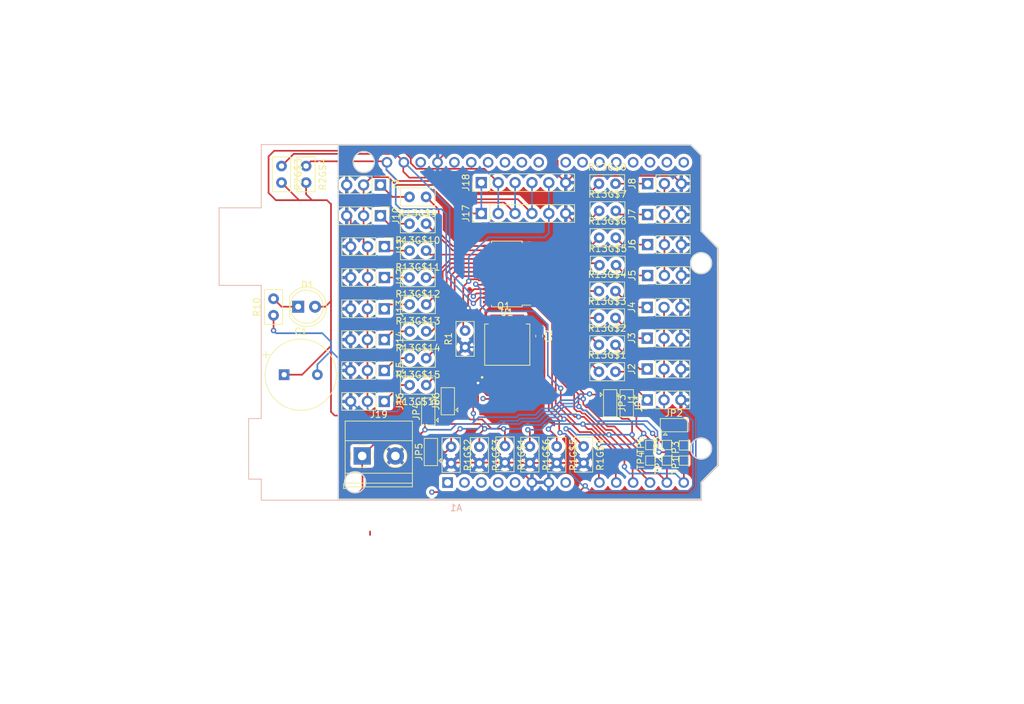
<source format=kicad_pcb>
(kicad_pcb (version 20221018) (generator pcbnew)
  (layers (0 "F.Cu" signal) (31 "B.Cu" signal) (34 "B.Paste" user) (35 "F.Paste" user) (36 "B.SilkS" user "B.Silkscreen") (37 "F.SilkS" user "F.Silkscreen") (38 "B.Mask" user) (39 "F.Mask" user) (44 "Edge.Cuts" user))
  (net 0 "")
  (net 1 "Net-(J1-Pin_1)")
  (net 2 "+5V")
  (net 3 "GND")
  (net 4 "Net-(J2-Pin_1)")
  (net 5 "Net-(J3-Pin_1)")
  (net 6 "Net-(J4-Pin_1)")
  (net 7 "Net-(J5-Pin_1)")
  (net 8 "Net-(J6-Pin_1)")
  (net 9 "Net-(J7-Pin_1)")
  (net 10 "Net-(J8-Pin_1)")
  (net 11 "Net-(J9-Pin_1)")
  (net 12 "Net-(J10-Pin_1)")
  (net 13 "Net-(J11-Pin_1)")
  (net 14 "Net-(J12-Pin_1)")
  (net 15 "Net-(J13-Pin_1)")
  (net 16 "Net-(J14-Pin_1)")
  (net 17 "Net-(J15-Pin_1)")
  (net 18 "Net-(J16-Pin_1)")
  (net 19 "/A0")
  (net 20 "/A1")
  (net 21 "/A2")
  (net 22 "/A3")
  (net 23 "/A4")
  (net 24 "/PWM0")
  (net 25 "/PWM1")
  (net 26 "/PWM2")
  (net 27 "/PWM3")
  (net 28 "/PWM4")
  (net 29 "/PWM5")
  (net 30 "/PWM6")
  (net 31 "/PWM7")
  (net 32 "/PWM8")
  (net 33 "/PWM9")
  (net 34 "/PWM10")
  (net 35 "/PWM11")
  (net 36 "/PWM12")
  (net 37 "/PWM13")
  (net 38 "/PWM14")
  (net 39 "/PWM15")
  (net 40 "/#OE")
  (net 41 "/A5")
  (net 42 "/SCL")
  (net 43 "/SDA")
  (net 44 "VCC")
  (net 45 "Net-(D1-K)")
  (footprint "Capacitor_THT:C_Disc_D5.0mm_W2.5mm_P2.50mm" (layer "F.Cu") (at 167.15 103.375)
    (fp_text reference "R13G$1")
    (fp_text value "220")
  )
  (footprint "Capacitor_THT:C_Disc_D5.0mm_W2.5mm_P2.50mm" (layer "F.Cu") (at 141.125 85.125 180)
    (fp_text reference "R13G$11")
    (fp_text value "220")
  )
  (footprint "Capacitor_THT:C_Disc_D5.0mm_W2.5mm_P2.50mm" (layer "F.Cu") (at 141.145 101.339 180)
    (fp_text reference "R13G$15")
    (fp_text value "220")
  )
  (footprint "Capacitor_THT:C_Disc_D5.0mm_W2.5mm_P2.50mm" (layer "F.Cu") (at 141.145 93.239 180)
    (fp_text reference "R13G$13")
    (fp_text value "220")
  )
  (footprint "Jumper:SolderJumper-3_P1.3mm_Open_Pad1.0x1.5mm" (layer "F.Cu") (at 171.35 108.125 -90)
    (fp_text reference "JP1")
    (fp_text value "SJ_A0")
  )
  (footprint "Jumper:SolderJumper-3_P1.3mm_Open_Pad1.0x1.5mm" (layer "F.Cu") (at 144.4 107.825 90)
    (fp_text reference "JP6")
    (fp_text value "SJ_A5")
  )
  (footprint "TestPoint:TestPoint_Pad_1.0x1.0mm" (layer "F.Cu") (at 179.95 116.775 90)
    (fp_text reference "TP1")
    (fp_text value "TestPoint" hide)
  )
  (footprint "Capacitor_THT:C_Disc_D5.0mm_W2.5mm_P2.50mm" (layer "F.Cu") (at 167.195 79.131)
    (fp_text reference "R13G$7")
    (fp_text value "220")
  )
  (footprint "Capacitor_THT:C_Disc_D5.0mm_W2.5mm_P2.50mm" (layer "F.Cu") (at 141.125 77.025 180)
    (fp_text reference "R13G$9")
    (fp_text value "220")
  )
  (footprint "Connector_PinHeader_2.54mm:PinHeader_1x03_P2.54mm_Vertical" (layer "F.Cu") (at 134.85 89.175 -90)
    (fp_text reference "J12")
    (fp_text value "Conn_01x03")
  )
  (footprint "Jumper:SolderJumper-3_P1.3mm_Open_Pad1.0x1.5mm" (layer "F.Cu") (at 141.85 115.475 90)
    (fp_text reference "JP5")
    (fp_text value "SJ_A4")
  )
  (footprint "Jumper:SolderJumper-3_P1.3mm_Open_Pad1.0x1.5mm" (layer "F.Cu") (at 168.85 108.125 -90)
    (fp_text reference "JP3")
    (fp_text value "SJ_A2")
  )
  (footprint "Capacitor_THT:C_Disc_D5.0mm_W2.5mm_P2.50mm" (layer "F.Cu") (at 123.05 72.375 -90)
    (fp_text reference "R2GS4")
    (fp_text value "10K")
  )
  (footprint "Capacitor_THT:C_Disc_D5.0mm_W2.5mm_P2.50mm" (layer "F.Cu") (at 167.1565 75.043)
    (fp_text reference "R13G$8")
    (fp_text value "220")
  )
  (footprint "Connector_PinHeader_2.54mm:PinHeader_1x06_P2.54mm_Vertical" (layer "F.Cu") (at 149.45 74.875 90)
    (fp_text reference "J18")
    (fp_text value "Conn_01x06")
  )
  (footprint "Connector_PinHeader_2.54mm:PinHeader_1x03_P2.54mm_Vertical" (layer "F.Cu") (at 174.425 98.325 90)
    (fp_text reference "J3")
    (fp_text value "Conn_01x03")
  )
  (footprint "Connector_PinHeader_2.54mm:PinHeader_1x06_P2.54mm_Vertical" (layer "F.Cu") (at 149.45 79.525 90)
    (fp_text reference "J17")
    (fp_text value "Conn_01x06")
  )
  (footprint "Capacitor_THT:C_Disc_D5.0mm_W2.5mm_P2.50mm" (layer "F.Cu") (at 141.125 81.075 180)
    (fp_text reference "R13G$10")
    (fp_text value "220")
  )
  (footprint "TestPoint:TestPoint_Pad_1.0x1.0mm" (layer "F.Cu") (at 174.9 114.425 90)
    (fp_text reference "TP6")
    (fp_text value "TestPoint" hide)
  )
  (footprint "Connector_PinHeader_2.54mm:PinHeader_1x03_P2.54mm_Vertical" (layer "F.Cu") (at 134.835 103.194 -90)
    (fp_text reference "J15")
    (fp_text value "Conn_01x03")
  )
  (footprint "Connector_PinHeader_2.54mm:PinHeader_1x03_P2.54mm_Vertical" (layer "F.Cu") (at 134.835 107.844 -90)
    (fp_text reference "J16")
    (fp_text value "Conn_01x03")
  )
  (footprint "Capacitor_THT:C_Disc_D5.0mm_W2.5mm_P2.50mm" (layer "F.Cu") (at 141.145 105.389 180)
    (fp_text reference "R13G$16")
    (fp_text value "220")
  )
  (footprint "TestPoint:TestPoint_Pad_1.0x1.0mm" (layer "F.Cu") (at 177.4 114.425 90)
    (fp_text reference "TP5")
    (fp_text value "TestPoint" hide)
  )
  (footprint "Capacitor_THT:C_Disc_D5.0mm_W2.5mm_P2.50mm" (layer "F.Cu") (at 167.195 83.181)
    (fp_text reference "R13G$6")
    (fp_text value "220")
  )
  (footprint "Capacitor_THT:C_Disc_D5.0mm_W2.5mm_P2.50mm" (layer "F.Cu") (at 160.8 114.625 -90)
    (fp_text reference "R1G$5")
    (fp_text value "10K")
  )
  (footprint "Capacitor_THT:C_Disc_D5.0mm_W2.5mm_P2.50mm" (layer "F.Cu") (at 153 114.575 -90)
    (fp_text reference "R1G$1")
    (fp_text value "10K")
  )
  (footprint "Connector_PinHeader_2.54mm:PinHeader_1x03_P2.54mm_Vertical" (layer "F.Cu") (at 174.485 84.225 90)
    (fp_text reference "J6")
    (fp_text value "Conn_01x03")
  )
  (footprint "Capacitor_THT:C_Disc_D5.0mm_W2.5mm_P2.50mm" (layer "F.Cu") (at 149.15 114.675 -90)
    (fp_text reference "R1G$3")
    (fp_text value "10K")
  )
  (footprint "Connector_PinHeader_2.54mm:PinHeader_1x03_P2.54mm_Vertical" (layer "F.Cu") (at 134.835 93.894 -90)
    (fp_text reference "J13")
    (fp_text value "Conn_01x03")
  )
  (footprint "Connector_PinHeader_2.54mm:PinHeader_1x03_P2.54mm_Vertical" (layer "F.Cu") (at 174.425 93.675 90)
    (fp_text reference "J4")
    (fp_text value "Conn_01x03")
  )
  (footprint "Capacitor_THT:C_Disc_D5.0mm_W2.5mm_P2.50mm" (layer "F.Cu") (at 167.15 95.275)
    (fp_text reference "R13G$3")
    (fp_text value "220")
  )
  (footprint "Capacitor_SMD:C_0603_1608Metric" (layer "F.Cu") (at 158.15 98 -90)
    (fp_text reference "C2")
    (fp_text value "10uF")
  )
  (footprint "TerminalBlock_Phoenix:TerminalBlock_Phoenix_MKDS-1,5-2_1x02_P5.00mm_Horizontal" (layer "F.Cu") (at 131.5 116.075)
    (fp_text reference "J19")
    (fp_text value "Screw_Terminal_01x02")
  )
  (footprint "Connector_PinHeader_2.54mm:PinHeader_1x03_P2.54mm_Vertical" (layer "F.Cu") (at 134.85 84.525 -90)
    (fp_text reference "J11")
    (fp_text value "Conn_01x03")
  )
  (footprint "Connector_PinHeader_2.54mm:PinHeader_1x03_P2.54mm_Vertical" (layer "F.Cu") (at 174.485 75.032 90)
    (fp_text reference "J8")
    (fp_text value "Conn_01x03")
  )
  (footprint "AOD417:DPAK228P994X240_3N" (layer "F.Cu") (at 153.35 100.365)
    (fp_text reference "Q1")
    (fp_text value "AOD417")
  )
  (footprint "TestPoint:TestPoint_Pad_1.0x1.0mm" (layer "F.Cu") (at 179.95 114.475 90)
    (fp_text reference "TP3")
    (fp_text value "TestPoint" hide)
  )
  (footprint "Capacitor_THT:C_Disc_D5.0mm_W2.5mm_P2.50mm" (layer "F.Cu") (at 144.9 114.675 -90)
    (fp_text reference "R1G$2")
    (fp_text value "10K")
  )
  (footprint "Capacitor_THT:C_Disc_D5.0mm_W2.5mm_P2.50mm" (layer "F.Cu") (at 147 99.675 90)
    (fp_text reference "R1")
    (fp_text value "10K")
  )
  (footprint "Capacitor_THT:C_Disc_D5.0mm_W2.5mm_P2.50mm" (layer "F.Cu") (at 141.145 97.289 180)
    (fp_text reference "R13G$14")
    (fp_text value "220")
  )
  (footprint "TestPoint:TestPoint_Pad_1.0x1.0mm" (layer "F.Cu") (at 177.4 116.775 90)
    (fp_text reference "TP2")
    (fp_text value "TestPoint" hide)
  )
  (footprint "Capacitor_THT:C_Disc_D5.0mm_W2.5mm_P2.50mm" (layer "F.Cu") (at 119.35 72.375 -90)
    (fp_text reference "R2G$3")
    (fp_text value "10K")
  )
  (footprint "Connector_PinHeader_2.54mm:PinHeader_1x03_P2.54mm_Vertical" (layer "F.Cu") (at 134.835 98.544 -90)
    (fp_text reference "J14")
    (fp_text value "Conn_01x03")
  )
  (footprint "LED_THT:LED_D5.0mm" (layer "F.Cu") (at 121.86 93.575)
    (fp_text reference "D1")
    (fp_text value "GREEN")
  )
  (footprint "Jumper:SolderJumper-3_P1.3mm_Open_Pad1.0x1.5mm" (layer "F.Cu") (at 141.45 109.375 90)
    (fp_text reference "JP4")
    (fp_text value "SJ_A3")
  )
  (footprint "Capacitor_THT:C_Disc_D5.0mm_W2.5mm_P2.50mm" (layer "F.Cu") (at 141.125 89.175 180)
    (fp_text reference "R13G$12")
    (fp_text value "220")
  )
  (footprint "Capacitor_THT:C_Disc_D5.0mm_W2.5mm_P2.50mm" (layer "F.Cu") (at 118.15 94.875 90)
    (fp_text reference "R10")
    (fp_text value "470")
  )
  (footprint "Connector_PinHeader_2.54mm:PinHeader_1x03_P2.54mm_Vertical" (layer "F.Cu") (at 134.25 75.225 -90)
    (fp_text reference "J9")
    (fp_text value "Conn_01x03")
  )
  (footprint "Capacitor_THT:C_Disc_D5.0mm_W2.5mm_P2.50mm" (layer "F.Cu") (at 156.75 114.625 -90)
    (fp_text reference "R1G$6")
    (fp_text value "10K")
  )
  (footprint "Connector_PinHeader_2.54mm:PinHeader_1x03_P2.54mm_Vertical" (layer "F.Cu") (at 174.425 107.625 90)
    (fp_text reference "J1")
    (fp_text value "Conn_01x03")
  )
  (footprint "Capacitor_THT:C_Disc_D5.0mm_W2.5mm_P2.50mm" (layer "F.Cu") (at 164.85 114.625 -90)
    (fp_text reference "R1G$4")
    (fp_text value "10K")
  )
  (footprint "Connector_PinHeader_2.54mm:PinHeader_1x03_P2.54mm_Vertical" (layer "F.Cu") (at 174.485 79.682 90)
    (fp_text reference "J7")
    (fp_text value "Conn_01x03")
  )
  (footprint "Capacitor_THT:CP_Radial_Tantal_D10.5mm_P5.00mm" (layer "F.Cu") (at 119.75 103.825)
    (fp_text reference "C1")
    (fp_text value "10uF")
  )
  (footprint "Jumper:SolderJumper-3_P1.3mm_Open_Pad1.0x1.5mm" (layer "F.Cu") (at 178.45 111.4325)
    (fp_text reference "JP2")
    (fp_text value "SJ_A1")
  )
  (footprint "TestPoint:TestPoint_Pad_1.0x1.0mm" (layer "F.Cu") (at 174.9 116.775 90)
    (fp_text reference "TP4")
    (fp_text value "TestPoint" hide)
  )
  (footprint "Connector_PinHeader_2.54mm:PinHeader_1x03_P2.54mm_Vertical" (layer "F.Cu") (at 174.485 88.875 90)
    (fp_text reference "J5")
    (fp_text value "Conn_01x03")
  )
  (footprint "Capacitor_THT:C_Disc_D5.0mm_W2.5mm_P2.50mm" (layer "F.Cu") (at 167.15 91.225)
    (fp_text reference "R13G$4")
    (fp_text value "220")
  )
  (footprint "Capacitor_THT:C_Disc_D5.0mm_W2.5mm_P2.50mm" (layer "F.Cu") (at 167.235 87.325)
    (fp_text reference "R13G$5")
    (fp_text value "220")
  )
  (footprint "Connector_PinHeader_2.54mm:PinHeader_1x03_P2.54mm_Vertical" (layer "F.Cu") (at 134.25 79.875 -90)
    (fp_text reference "J10")
    (fp_text value "Conn_01x03")
  )
  (footprint "Capacitor_THT:C_Disc_D5.0mm_W2.5mm_P2.50mm" (layer "F.Cu") (at 167.15 99.325)
    (fp_text reference "R13G$2")
    (fp_text value "220")
  )
  (footprint "Connector_PinHeader_2.54mm:PinHeader_1x03_P2.54mm_Vertical" (layer "F.Cu") (at 174.425 102.975 90)
    (fp_text reference "J2")
    (fp_text value "Conn_01x03")
  )
  (footprint "Package_SO:TSSOP-28_4.4x9.7mm_P0.65mm" (layer "F.Cu") (at 153.2875 88.65 180)
    (fp_text reference "U1")
    (fp_text value "PCA9685PW")
  )
  (footprint "Module:Arduino_UNO_R3" (layer "B.Cu") (at 144.37 120.075)
    (fp_text reference "A1")
    (fp_text value "Arduino_UNO_R3")
  )
  (gr_circle (center 174.89 71.775) (end 175.144 71.775) (stroke (width 0.2)) (fill none) (layer "Edge.Cuts"))
  (gr_line (start 127.9 122.575) (end 127.9 69.196527) (stroke (width 0.2)) (layer "Edge.Cuts"))
  (gr_line (start 182.54 70.761319) (end 180.975208 69.196527) (stroke (width 0.2)) (layer "Edge.Cuts"))
  (gr_circle (center 164.73 71.775) (end 164.984 71.775) (stroke (width 0.2)) (fill none) (layer "Edge.Cuts"))
  (gr_circle (center 179.97 120.035) (end 180.224 120.035) (stroke (width 0.2)) (fill none) (layer "Edge.Cuts"))
  (gr_line (start 182.54 122.575) (end 182.54 120.035) (stroke (width 0.2)) (layer "Edge.Cuts"))
  (gr_circle (center 162.19 71.775) (end 162.444 71.775) (stroke (width 0.2)) (fill none) (layer "Edge.Cuts"))
  (gr_circle (center 131.74 71.775) (end 133.3275 71.775) (stroke (width 0.2)) (fill none) (layer "Edge.Cuts"))
  (gr_circle (center 172.35 120.035) (end 172.604 120.035) (stroke (width 0.2)) (fill none) (layer "Edge.Cuts"))
  (gr_circle (center 182.54 87.015) (end 184.1275 87.015) (stroke (width 0.2)) (fill none) (layer "Edge.Cuts"))
  (gr_circle (center 150.536 71.775) (end 150.79 71.775) (stroke (width 0.2)) (fill none) (layer "Edge.Cuts"))
  (gr_circle (center 177.43 71.775) (end 177.684 71.775) (stroke (width 0.2)) (fill none) (layer "Edge.Cuts"))
  (gr_line (start 182.54 70.761319) (end 182.54 82.189) (stroke (width 0.2)) (layer "Edge.Cuts"))
  (gr_line (start 182.54 82.189) (end 185.02 84.729) (stroke (width 0.2)) (layer "Edge.Cuts"))
  (gr_circle (center 144.41 120.035) (end 144.664 120.035) (stroke (width 0.2)) (fill none) (layer "Edge.Cuts"))
  (gr_circle (center 177.43 120.035) (end 177.684 120.035) (stroke (width 0.2)) (fill none) (layer "Edge.Cuts"))
  (gr_circle (center 167.27 120.035) (end 167.524 120.035) (stroke (width 0.2)) (fill none) (layer "Edge.Cuts"))
  (gr_circle (center 169.81 120.035) (end 170.064 120.035) (stroke (width 0.2)) (fill none) (layer "Edge.Cuts"))
  (gr_circle (center 179.97 71.775) (end 180.224 71.775) (stroke (width 0.2)) (fill none) (layer "Edge.Cuts"))
  (gr_line (start 185.02 117.495) (end 182.54 120.035) (stroke (width 0.2)) (layer "Edge.Cuts"))
  (gr_circle (center 167.27 71.775) (end 167.524 71.775) (stroke (width 0.2)) (fill none) (layer "Edge.Cuts"))
  (gr_circle (center 158.156 71.775) (end 158.41 71.775) (stroke (width 0.2)) (fill none) (layer "Edge.Cuts"))
  (gr_circle (center 174.89 120.035) (end 175.144 120.035) (stroke (width 0.2)) (fill none) (layer "Edge.Cuts"))
  (gr_circle (center 182.54 114.955) (end 184.1275 114.955) (stroke (width 0.2)) (fill none) (layer "Edge.Cuts"))
  (gr_circle (center 159.65 120.035) (end 159.904 120.035) (stroke (width 0.2)) (fill none) (layer "Edge.Cuts"))
  (gr_circle (center 135.296 71.775) (end 135.55 71.775) (stroke (width 0.2)) (fill none) (layer "Edge.Cuts"))
  (gr_circle (center 172.35 71.775) (end 172.604 71.775) (stroke (width 0.2)) (fill none) (layer "Edge.Cuts"))
  (gr_line (start 180.975208 69.196527) (end 127.9 69.196527) (stroke (width 0.2)) (layer "Edge.Cuts"))
  (gr_circle (center 152.03 120.035) (end 152.284 120.035) (stroke (width 0.2)) (fill none) (layer "Edge.Cuts"))
  (gr_circle (center 142.916 71.775) (end 143.17 71.775) (stroke (width 0.2)) (fill none) (layer "Edge.Cuts"))
  (gr_circle (center 153.076 71.775) (end 153.33 71.775) (stroke (width 0.2)) (fill none) (layer "Edge.Cuts"))
  (gr_circle (center 147.996 71.775) (end 148.25 71.775) (stroke (width 0.2)) (fill none) (layer "Edge.Cuts"))
  (gr_circle (center 169.81 71.775) (end 170.064 71.775) (stroke (width 0.2)) (fill none) (layer "Edge.Cuts"))
  (gr_circle (center 137.836 71.775) (end 138.09 71.775) (stroke (width 0.2)) (fill none) (layer "Edge.Cuts"))
  (gr_circle (center 157.11 120.035) (end 157.364 120.035) (stroke (width 0.2)) (fill none) (layer "Edge.Cuts"))
  (gr_circle (center 130.44 120.035) (end 132.0275 120.035) (stroke (width 0.2)) (fill none) (layer "Edge.Cuts"))
  (gr_circle (center 155.616 71.775) (end 155.87 71.775) (stroke (width 0.2)) (fill none) (layer "Edge.Cuts"))
  (gr_circle (center 146.95 120.035) (end 147.204 120.035) (stroke (width 0.2)) (fill none) (layer "Edge.Cuts"))
  (gr_circle (center 145.456 71.775) (end 145.71 71.775) (stroke (width 0.2)) (fill none) (layer "Edge.Cuts"))
  (gr_line (start 182.54 122.575) (end 127.9 122.575) (stroke (width 0.2)) (layer "Edge.Cuts"))
  (gr_circle (center 140.376 71.775) (end 140.63 71.775) (stroke (width 0.2)) (fill none) (layer "Edge.Cuts"))
  (gr_circle (center 162.19 120.035) (end 162.444 120.035) (stroke (width 0.2)) (fill none) (layer "Edge.Cuts"))
  (gr_circle (center 154.57 120.035) (end 154.824 120.035) (stroke (width 0.2)) (fill none) (layer "Edge.Cuts"))
  (gr_circle (center 149.49 120.035) (end 149.744 120.035) (stroke (width 0.2)) (fill none) (layer "Edge.Cuts"))
  (gr_line (start 185.02 84.729) (end 185.02 117.495) (stroke (width 0.2)) (layer "Edge.Cuts"))
  (segment (start 132.684 127.977) (end 132.684 127.469) (width 0.25) (layer "F.Cu") (net 0))
  (segment (start 172.95 104.925) (end 171.4 103.375) (width 0.25) (layer "F.Cu") (net 1))
  (segment (start 171.4 103.375) (end 169.65 103.375) (width 0.25) (layer "F.Cu") (net 1))
  (segment (start 172.95 106.15) (end 172.95 104.925) (width 0.25) (layer "F.Cu") (net 1))
  (segment (start 174.425 107.625) (end 172.95 106.15) (width 0.25) (layer "F.Cu") (net 1))
  (segment (start 131.71 83.925) (end 132.31 84.525) (width 0.25) (layer "F.Cu") (net 2))
  (segment (start 159.6 109.15) (end 161.175 110.725) (width 0.25) (layer "F.Cu") (net 2))
  (segment (start 136.6 75.225) (end 142.65 75.225) (width 0.25) (layer "F.Cu") (net 2))
  (segment (start 177.025 79.682) (end 177.025 84.225) (width 0.25) (layer "F.Cu") (net 2))
  (segment (start 157.3 98.075) (end 158.15 97.225) (width 0.25) (layer "F.Cu") (net 2))
  (segment (start 159.6 106.525) (end 159.6 109.15) (width 0.25) (layer "F.Cu") (net 2))
  (segment (start 157.3 102.791) (end 157.3 98.075) (width 0.25) (layer "F.Cu") (net 2))
  (segment (start 132.295 103.194) (end 132.295 107.844) (width 0.25) (layer "F.Cu") (net 2))
  (segment (start 149.45 79.525) (end 146.95 79.525) (width 0.25) (layer "F.Cu") (net 2))
  (segment (start 131.71 75.225) (end 131.71 79.875) (width 0.25) (layer "F.Cu") (net 2))
  (segment (start 135.425 74.05) (end 136.6 75.225) (width 0.25) (layer "F.Cu") (net 2))
  (segment (start 131.71 79.875) (end 131.71 83.925) (width 0.25) (layer "F.Cu") (net 2))
  (segment (start 158.95 98.025) (end 158.95 103.075) (width 0.25) (layer "F.Cu") (net 2))
  (segment (start 156.8 107.475) (end 150.1 107.475) (width 0.25) (layer "F.Cu") (net 2))
  (segment (start 132.295 98.544) (end 132.295 93.894) (width 0.25) (layer "F.Cu") (net 2))
  (segment (start 132.31 93.879) (end 132.295 93.894) (width 0.25) (layer "F.Cu") (net 2))
  (segment (start 176.965 98.325) (end 176.965 102.975) (width 0.25) (layer "F.Cu") (net 2))
  (segment (start 155.636 104.455) (end 157.3 102.791) (width 0.25) (layer "F.Cu") (net 2))
  (segment (start 157.95 106.325) (end 156.8 107.475) (width 0.25) (layer "F.Cu") (net 2))
  (segment (start 177.025 84.225) (end 177.025 88.875) (width 0.25) (layer "F.Cu") (net 2))
  (segment (start 158.95 103.075) (end 158.95 105.875) (width 0.25) (layer "F.Cu") (net 2))
  (segment (start 158.15 97.225) (end 158.95 98.025) (width 0.25) (layer "F.Cu") (net 2))
  (segment (start 132.295 98.544) (end 132.295 103.194) (width 0.25) (layer "F.Cu") (net 2))
  (segment (start 157.95 104.525) (end 157.95 106.325) (width 0.25) (layer "F.Cu") (net 2))
  (segment (start 177.025 75.032) (end 177.025 79.682) (width 0.25) (layer "F.Cu") (net 2))
  (segment (start 158.95 103.075) (end 158.95 103.525) (width 0.25) (layer "F.Cu") (net 2))
  (segment (start 131.71 75.225) (end 132.885 74.05) (width 0.25) (layer "F.Cu") (net 2))
  (segment (start 176.965 102.975) (end 176.965 107.625) (width 0.25) (layer "F.Cu") (net 2))
  (segment (start 158.95 103.525) (end 158.15 104.325) (width 0.25) (layer "F.Cu") (net 2))
  (segment (start 158.15 104.325) (end 157.95 104.525) (width 0.25) (layer "F.Cu") (net 2))
  (segment (start 176.965 93.675) (end 176.965 98.325) (width 0.25) (layer "F.Cu") (net 2))
  (segment (start 150.1 107.475) (end 149.7 107.425) (width 0.25) (layer "F.Cu") (net 2))
  (segment (start 158.95 105.875) (end 159.6 106.525) (width 0.25) (layer "F.Cu") (net 2))
  (segment (start 161.175 112.45) (end 161.3 112.575) (width 0.25) (layer "F.Cu") (net 2))
  (segment (start 132.885 74.05) (end 135.425 74.05) (width 0.25) (layer "F.Cu") (net 2))
  (segment (start 132.31 89.175) (end 132.31 84.525) (width 0.25) (layer "F.Cu") (net 2))
  (segment (start 132.31 89.175) (end 132.31 93.879) (width 0.25) (layer "F.Cu") (net 2))
  (segment (start 162.55 121.525) (end 142 121.525) (width 0.25) (layer "F.Cu") (net 2))
  (segment (start 165.1 120.575) (end 164.15 121.525) (width 0.25) (layer "F.Cu") (net 2))
  (segment (start 149.7 107.425) (end 149.7 107.475) (width 0.25) (layer "F.Cu") (net 2))
  (segment (start 161.175 110.725) (end 161.175 112.45) (width 0.25) (layer "F.Cu") (net 2))
  (segment (start 142.65 75.225) (end 146.95 79.525) (width 0.25) (layer "F.Cu") (net 2))
  (segment (start 164.15 121.525) (end 162.55 121.525) (width 0.25) (layer "F.Cu") (net 2))
  (via (at 165.1 120.575) (size 0.8) (drill 0.4) (layers "F.Cu" "B.Cu") (net 2))
  (via (at 142 121.525) (size 0.8) (drill 0.4) (layers "F.Cu" "B.Cu") (net 2))
  (via (at 161.3 112.575) (size 0.8) (drill 0.4) (layers "F.Cu" "B.Cu") (net 2))
  (via (at 149.7 107.425) (size 0.8) (drill 0.4) (layers "F.Cu" "B.Cu") (net 2))
  (segment (start 180.75 121.175) (end 181.3 120.625) (width 0.25) (layer "B.Cu") (net 2))
  (segment (start 165.05 120.575) (end 165.1 120.625) (width 0.25) (layer "B.Cu") (net 2))
  (segment (start 161.45 112.725) (end 161.3 112.575) (width 0.25) (layer "B.Cu") (net 2))
  (segment (start 149.45 74.875) (end 149.45 79.525) (width 0.25) (layer "B.Cu") (net 2))
  (segment (start 162.8 118.625) (end 162.8 113.425) (width 0.25) (layer "B.Cu") (net 2))
  (segment (start 165.8 121.325) (end 165.1 120.625) (width 0.25) (layer "B.Cu") (net 2))
  (segment (start 132.295 108.97) (end 132.295 107.844) (width 0.25) (layer "B.Cu") (net 2))
  (segment (start 164.75 120.575) (end 162.8 118.625) (width 0.25) (layer "B.Cu") (net 2))
  (segment (start 180.6 121.325) (end 165.8 121.325) (width 0.25) (layer "B.Cu") (net 2))
  (segment (start 137.15 108.975) (end 136.75 109.375) (width 0.25) (layer "B.Cu") (net 2))
  (segment (start 176.965 108.96) (end 176.965 107.625) (width 0.25) (layer "B.Cu") (net 2))
  (segment (start 136.75 109.375) (end 132.7 109.375) (width 0.25) (layer "B.Cu") (net 2))
  (segment (start 181.3 110.775) (end 179.95 109.425) (width 0.25) (layer "B.Cu") (net 2))
  (segment (start 177.4 109.425) (end 176.95 108.975) (width 0.25) (layer "B.Cu") (net 2))
  (segment (start 179.95 109.425) (end 177.4 109.425) (width 0.25) (layer "B.Cu") (net 2))
  (segment (start 162.8 113.425) (end 162.1 112.725) (width 0.25) (layer "B.Cu") (net 2))
  (segment (start 176.95 108.975) (end 176.965 108.96) (width 0.25) (layer "B.Cu") (net 2))
  (segment (start 162.1 112.725) (end 161.45 112.725) (width 0.25) (layer "B.Cu") (net 2))
  (segment (start 165.1 120.625) (end 165.1 120.575) (width 0.25) (layer "B.Cu") (net 2))
  (segment (start 137.15 108.075) (end 137.15 108.975) (width 0.25) (layer "B.Cu") (net 2))
  (segment (start 165.1 120.575) (end 164.75 120.575) (width 0.25) (layer "B.Cu") (net 2))
  (segment (start 132.7 109.375) (end 132.295 108.97) (width 0.25) (layer "B.Cu") (net 2))
  (segment (start 165.1 120.575) (end 165.05 120.575) (width 0.25) (layer "B.Cu") (net 2))
  (segment (start 181.3 120.625) (end 181.3 110.775) (width 0.25) (layer "B.Cu") (net 2))
  (segment (start 180.6 121.325) (end 180.75 121.175) (width 0.25) (layer "B.Cu") (net 2))
  (segment (start 148.95 105.125) (end 148.95 105.075) (width 0.25) (layer "F.Cu") (net 3))
  (segment (start 129.755 98.544) (end 129.755 93.894) (width 0.25) (layer "F.Cu") (net 3))
  (segment (start 148.95 107.325) (end 148.95 105.575) (width 0.25) (layer "F.Cu") (net 3))
  (segment (start 148.9 105.075) (end 148.95 105.125) (width 0.25) (layer "F.Cu") (net 3))
  (segment (start 156.3 106.925) (end 150.3 106.925) (width 0.25) (layer "F.Cu") (net 3))
  (segment (start 153.45 110.425) (end 150.45 110.425) (width 0.25) (layer "F.Cu") (net 3))
  (segment (start 154.95 111.925) (end 153.45 110.425) (width 0.25) (layer "F.Cu") (net 3))
  (segment (start 163.6 84.075) (end 163.6 80.975) (width 0.25) (layer "F.Cu") (net 3))
  (segment (start 157.3 103.975) (end 157.3 105.925) (width 0.25) (layer "F.Cu") (net 3))
  (segment (start 150.444 105.075) (end 151.064 104.455) (width 0.25) (layer "F.Cu") (net 3))
  (segment (start 144.31 70.125) (end 142.77 71.665) (width 0.25) (layer "F.Cu") (net 3))
  (segment (start 158.15 98.775) (end 158.15 103.125) (width 0.25) (layer "F.Cu") (net 3))
  (segment (start 163.25 84.425) (end 163.6 84.075) (width 0.25) (layer "F.Cu") (net 3))
  (segment (start 150.45 110.425) (end 149.25 109.225) (width 0.25) (layer "F.Cu") (net 3))
  (segment (start 162.15 74.875) (end 160.945 73.67) (width 0.25) (layer "F.Cu") (net 3))
  (segment (start 148.374695 90.925) (end 147.45 91.849695) (width 0.25) (layer "F.Cu") (net 3))
  (segment (start 149.4 109.375) (end 149.25 109.225) (width 0.25) (layer "F.Cu") (net 3))
  (segment (start 154.95 116.525) (end 154.95 117.885) (width 0.25) (layer "F.Cu") (net 3))
  (segment (start 159.53 119.925) (end 156.99 119.925) (width 0.25) (layer "F.Cu") (net 3))
  (segment (start 129.755 107.844) (end 129.755 103.194) (width 0.25) (layer "F.Cu") (net 3))
  (segment (start 154.4 117.075) (end 153 117.075) (width 0.25) (layer "F.Cu") (net 3))
  (segment (start 163.6 80.975) (end 162.15 79.525) (width 0.25) (layer "F.Cu") (net 3))
  (segment (start 147.45 91.849695) (end 147.45 93.775) (width 0.25) (layer "F.Cu") (net 3))
  (segment (start 179.505 93.675) (end 179.505 98.325) (width 0.25) (layer "F.Cu") (net 3))
  (segment (start 150.3 106.925) (end 148.95 105.575) (width 0.25) (layer "F.Cu") (net 3))
  (segment (start 129.755 103.194) (end 129.755 98.544) (width 0.25) (layer "F.Cu") (net 3))
  (segment (start 118.15 94.875) (end 118.15 97.175) (width 0.25) (layer "F.Cu") (net 3))
  (segment (start 179.565 79.682) (end 179.565 84.225) (width 0.25) (layer "F.Cu") (net 3))
  (segment (start 148.95 117.075) (end 144.9 117.075) (width 0.25) (layer "F.Cu") (net 3))
  (segment (start 154.95 117.885) (end 156.99 119.925) (width 0.25) (layer "F.Cu") (net 3))
  (segment (start 129.77 84.525) (end 129.77 80.475) (width 0.25) (layer "F.Cu") (net 3))
  (segment (start 178.39 73.857) (end 179.565 75.032) (width 0.25) (layer "F.Cu") (net 3))
  (segment (start 160.945 71.57) (end 159.5 70.125) (width 0.25) (layer "F.Cu") (net 3))
  (segment (start 156.75 117.125) (end 160.8 117.125) (width 0.25) (layer "F.Cu") (net 3))
  (segment (start 163.168 73.857) (end 178.39 73.857) (width 0.25) (layer "F.Cu") (net 3))
  (segment (start 179.565 84.225) (end 179.565 88.875) (width 0.25) (layer "F.Cu") (net 3))
  (segment (start 155.55 117.125) (end 154.95 116.525) (width 0.25) (layer "F.Cu") (net 3))
  (segment (start 129.755 89.19) (end 129.77 89.175) (width 0.25) (layer "F.Cu") (net 3))
  (segment (start 148.95 108.925) (end 148.95 107.325) (width 0.25) (layer "F.Cu") (net 3))
  (segment (start 154.95 116.525) (end 154.95 111.925) (width 0.25) (layer "F.Cu") (net 3))
  (segment (start 160.945 73.67) (end 160.945 71.57) (width 0.25) (layer "F.Cu") (net 3))
  (segment (start 154.95 116.525) (end 154.4 117.075) (width 0.25) (layer "F.Cu") (net 3))
  (segment (start 153 117.075) (end 148.95 117.075) (width 0.25) (layer "F.Cu") (net 3))
  (segment (start 156.75 117.125) (end 155.55 117.125) (width 0.25) (layer "F.Cu") (net 3))
  (segment (start 156.15 84.425) (end 163.25 84.425) (width 0.25) (layer "F.Cu") (net 3))
  (segment (start 129.17 79.875) (end 129.17 75.225) (width 0.25) (layer "F.Cu") (net 3))
  (segment (start 159.5 70.125) (end 144.31 70.125) (width 0.25) (layer "F.Cu") (net 3))
  (segment (start 179.505 98.325) (end 179.505 102.975) (width 0.25) (layer "F.Cu") (net 3))
  (segment (start 162.15 74.875) (end 163.168 73.857) (width 0.25) (layer "F.Cu") (net 3))
  (segment (start 129.755 93.894) (end 129.755 89.19) (width 0.25) (layer "F.Cu") (net 3))
  (segment (start 149.25 109.225) (end 148.95 108.925) (width 0.25) (layer "F.Cu") (net 3))
  (segment (start 179.565 75.032) (end 179.565 79.682) (width 0.25) (layer "F.Cu") (net 3))
  (segment (start 148.95 105.075) (end 148.9 105.075) (width 0.25) (layer "F.Cu") (net 3))
  (segment (start 129.77 89.175) (end 129.77 84.525) (width 0.25) (layer "F.Cu") (net 3))
  (segment (start 157.3 105.925) (end 156.3 106.925) (width 0.25) (layer "F.Cu") (net 3))
  (segment (start 148.95 105.575) (end 148.95 105.075) (width 0.25) (layer "F.Cu") (net 3))
  (segment (start 150.425 90.925) (end 148.374695 90.925) (width 0.25) (layer "F.Cu") (net 3))
  (segment (start 148.95 105.075) (end 150.444 105.075) (width 0.25) (layer "F.Cu") (net 3))
  (segment (start 129.77 80.475) (end 129.17 79.875) (width 0.25) (layer "F.Cu") (net 3))
  (segment (start 158.15 103.125) (end 157.3 103.975) (width 0.25) (layer "F.Cu") (net 3))
  (segment (start 160.8 117.125) (end 164.85 117.125) (width 0.25) (layer "F.Cu") (net 3))
  (segment (start 179.505 102.975) (end 179.505 107.625) (width 0.25) (layer "F.Cu") (net 3))
  (via (at 147.45 93.775) (size 0.8) (drill 0.4) (layers "F.Cu" "B.Cu") (net 3))
  (via (at 118.15 97.175) (size 0.8) (drill 0.4) (layers "F.Cu" "B.Cu") (net 3))
  (via (at 148.95 105.075) (size 0.8) (drill 0.4) (layers "F.Cu" "B.Cu") (net 3))
  (segment (start 140.05 118.175) (end 139.75 118.175) (width 0.25) (layer "B.Cu") (net 3))
  (segment (start 140.05 118.175) (end 143.75 121.875) (width 0.25) (layer "B.Cu") (net 3))
  (segment (start 129.755 107.844) (end 131.986 110.075) (width 0.25) (layer "B.Cu") (net 3))
  (segment (start 131.986 110.075) (end 137.6 110.075) (width 0.25) (layer "B.Cu") (net 3))
  (segment (start 181.75 109.87) (end 179.505 107.625) (width 0.25) (layer "B.Cu") (net 3))
  (segment (start 126.8 98.875) (end 125.5 97.575) (width 0.25) (layer "B.Cu") (net 3))
  (segment (start 147 99.675) (end 148.2 99.675) (width 0.25) (layer "B.Cu") (net 3))
  (segment (start 137.6 110.075) (end 139.75 112.225) (width 0.25) (layer "B.Cu") (net 3))
  (segment (start 157.875 116) (end 157.875 116.125) (width 0.25) (layer "B.Cu") (net 3))
  (segment (start 143.99 121.875) (end 180.686396 121.875) (width 0.25) (layer "B.Cu") (net 3))
  (segment (start 148.2 99.675) (end 148.95 100.425) (width 0.25) (layer "B.Cu") (net 3))
  (segment (start 147.45 93.775) (end 148.95 95.275) (width 0.25) (layer "B.Cu") (net 3))
  (segment (start 139.75 118.175) (end 138.6 118.175) (width 0.25) (layer "B.Cu") (net 3))
  (segment (start 143.75 121.875) (end 143.99 121.875) (width 0.25) (layer "B.Cu") (net 3))
  (segment (start 162.15 74.875) (end 162.15 79.525) (width 0.25) (layer "B.Cu") (net 3))
  (segment (start 124.75 102.289) (end 126.8 100.239) (width 0.25) (layer "B.Cu") (net 3))
  (segment (start 181.75 120.811396) (end 181.75 109.87) (width 0.25) (layer "B.Cu") (net 3))
  (segment (start 180.686396 121.875) (end 181.75 120.811396) (width 0.25) (layer "B.Cu") (net 3))
  (segment (start 148.95 95.275) (end 148.95 100.425) (width 0.25) (layer "B.Cu") (net 3))
  (segment (start 138.6 118.175) (end 136.5 116.075) (width 0.25) (layer "B.Cu") (net 3))
  (segment (start 139.75 112.225) (end 139.75 118.175) (width 0.25) (layer "B.Cu") (net 3))
  (segment (start 118.55 97.575) (end 118.15 97.175) (width 0.25) (layer "B.Cu") (net 3))
  (segment (start 129.755 103.194) (end 126.8 100.239) (width 0.25) (layer "B.Cu") (net 3))
  (segment (start 124.75 103.825) (end 124.75 102.289) (width 0.25) (layer "B.Cu") (net 3))
  (segment (start 125.5 97.575) (end 118.55 97.575) (width 0.25) (layer "B.Cu") (net 3))
  (segment (start 126.8 100.239) (end 126.8 98.875) (width 0.25) (layer "B.Cu") (net 3))
  (segment (start 148.95 100.425) (end 148.95 105.075) (width 0.25) (layer "B.Cu") (net 3))
  (segment (start 173.3 102.975) (end 169.65 99.325) (width 0.25) (layer "F.Cu") (net 4))
  (segment (start 174.425 102.975) (end 173.3 102.975) (width 0.25) (layer "F.Cu") (net 4))
  (segment (start 172.7 98.325) (end 169.65 95.275) (width 0.25) (layer "F.Cu") (net 5))
  (segment (start 174.425 98.325) (end 172.7 98.325) (width 0.25) (layer "F.Cu") (net 5))
  (segment (start 172.1 93.675) (end 169.65 91.225) (width 0.25) (layer "F.Cu") (net 6))
  (segment (start 174.425 93.675) (end 172.1 93.675) (width 0.25) (layer "F.Cu") (net 6))
  (segment (start 174.485 88.875) (end 171.285 88.875) (width 0.25) (layer "F.Cu") (net 7))
  (segment (start 171.285 88.875) (end 169.735 87.325) (width 0.25) (layer "F.Cu") (net 7))
  (segment (start 174.485 84.225) (end 170.739 84.225) (width 0.25) (layer "F.Cu") (net 8))
  (segment (start 170.739 84.225) (end 169.695 83.181) (width 0.25) (layer "F.Cu") (net 8))
  (segment (start 174.485 79.682) (end 170.246 79.682) (width 0.25) (layer "F.Cu") (net 9))
  (segment (start 170.246 79.682) (end 169.695 79.131) (width 0.25) (layer "F.Cu") (net 9))
  (segment (start 169.6675 75.032) (end 169.6565 75.043) (width 0.25) (layer "F.Cu") (net 10))
  (segment (start 174.485 75.032) (end 169.6675 75.032) (width 0.25) (layer "F.Cu") (net 10))
  (segment (start 136.05 77.025) (end 134.25 75.225) (width 0.25) (layer "F.Cu") (net 11))
  (segment (start 138.625 77.025) (end 136.05 77.025) (width 0.25) (layer "F.Cu") (net 11))
  (segment (start 135.45 81.075) (end 134.25 79.875) (width 0.25) (layer "F.Cu") (net 12))
  (segment (start 138.625 81.075) (end 135.45 81.075) (width 0.25) (layer "F.Cu") (net 12))
  (segment (start 138.625 85.125) (end 135.45 85.125) (width 0.25) (layer "F.Cu") (net 13))
  (segment (start 135.45 85.125) (end 134.85 84.525) (width 0.25) (layer "F.Cu") (net 13))
  (segment (start 138.625 89.175) (end 134.85 89.175) (width 0.25) (layer "F.Cu") (net 14))
  (segment (start 138.645 93.239) (end 135.49 93.239) (width 0.25) (layer "F.Cu") (net 15))
  (segment (start 135.49 93.239) (end 134.835 93.894) (width 0.25) (layer "F.Cu") (net 15))
  (segment (start 136.09 97.289) (end 134.835 98.544) (width 0.25) (layer "F.Cu") (net 16))
  (segment (start 138.645 97.289) (end 136.09 97.289) (width 0.25) (layer "F.Cu") (net 16))
  (segment (start 138.645 101.339) (end 136.69 101.339) (width 0.25) (layer "F.Cu") (net 17))
  (segment (start 136.69 101.339) (end 134.835 103.194) (width 0.25) (layer "F.Cu") (net 17))
  (segment (start 137.29 105.389) (end 134.835 107.844) (width 0.25) (layer "F.Cu") (net 18))
  (segment (start 138.645 105.389) (end 137.29 105.389) (width 0.25) (layer "F.Cu") (net 18))
  (segment (start 157.0125 92.875) (end 156.15 92.875) (width 0.25) (layer "F.Cu") (net 19))
  (segment (start 164.25 112.475) (end 162.3 110.525) (width 0.25) (layer "F.Cu") (net 19))
  (segment (start 167.15 113.725) (end 165.9 112.475) (width 0.25) (layer "F.Cu") (net 19))
  (segment (start 174.85 114.425) (end 174.85 113.625) (width 0.25) (layer "F.Cu") (net 19))
  (segment (start 160.1 95.9625) (end 157.0125 92.875) (width 0.25) (layer "F.Cu") (net 19))
  (segment (start 167.15 114.175) (end 167.15 113.725) (width 0.25) (layer "F.Cu") (net 19))
  (segment (start 156.75 112.425) (end 156.45 112.125) (width 0.25) (layer "F.Cu") (net 19))
  (segment (start 162.3 110.525) (end 161.9 110.525) (width 0.25) (layer "F.Cu") (net 19))
  (segment (start 174.85 113.625) (end 173.9 112.675) (width 0.25) (layer "F.Cu") (net 19))
  (segment (start 167.15 114.325) (end 167.15 114.175) (width 0.25) (layer "F.Cu") (net 19))
  (segment (start 160.1 108.725) (end 160.1 95.9625) (width 0.25) (layer "F.Cu") (net 19))
  (segment (start 173.9 112.675) (end 172.8 111.575) (width 0.25) (layer "F.Cu") (net 19))
  (segment (start 161.9 110.525) (end 160.1 108.725) (width 0.25) (layer "F.Cu") (net 19))
  (segment (start 171.35 108.125) (end 172.35 108.125) (width 0.25) (layer "F.Cu") (net 19))
  (segment (start 167.15 119.925) (end 167.15 114.325) (width 0.25) (layer "F.Cu") (net 19))
  (segment (start 156.75 114.625) (end 156.75 112.425) (width 0.25) (layer "F.Cu") (net 19))
  (segment (start 172.8 108.575) (end 172.35 108.125) (width 0.25) (layer "F.Cu") (net 19))
  (segment (start 172.8 110.125) (end 172.8 108.575) (width 0.25) (layer "F.Cu") (net 19))
  (segment (start 165.9 112.475) (end 164.25 112.475) (width 0.25) (layer "F.Cu") (net 19))
  (segment (start 172.8 111.575) (end 172.8 110.125) (width 0.25) (layer "F.Cu") (net 19))
  (via (at 161.9 110.525) (size 0.8) (drill 0.4) (layers "F.Cu" "B.Cu") (net 19))
  (via (at 173.9 112.675) (size 0.8) (drill 0.4) (layers "F.Cu" "B.Cu") (net 19))
  (via (at 167.15 114.325) (size 0.8) (drill 0.4) (layers "F.Cu" "B.Cu") (net 19))
  (via (at 156.45 112.125) (size 0.8) (drill 0.4) (layers "F.Cu" "B.Cu") (net 19))
  (segment (start 172.25 114.325) (end 173.9 112.675) (width 0.25) (layer "B.Cu") (net 19))
  (segment (start 159.750741 110.798954) (end 161.626046 110.798954) (width 0.25) (layer "B.Cu") (net 19))
  (segment (start 167.15 114.325) (end 172.25 114.325) (width 0.25) (layer "B.Cu") (net 19))
  (segment (start 161.626046 110.798954) (end 161.9 110.525) (width 0.25) (layer "B.Cu") (net 19))
  (segment (start 156.45 112.125) (end 158.424695 112.125) (width 0.25) (layer "B.Cu") (net 19))
  (segment (start 158.424695 112.125) (end 159.750741 110.798954) (width 0.25) (layer "B.Cu") (net 19))
  (segment (start 160.8 114.625) (end 160.8 113.225) (width 0.25) (layer "F.Cu") (net 20))
  (segment (start 175.2 112.675) (end 175.25 112.725) (width 0.25) (layer "F.Cu") (net 20))
  (segment (start 159.6 112.025) (end 159.55 112.025) (width 0.25) (layer "F.Cu") (net 20))
  (segment (start 165.5 112.025) (end 164.75 111.275) (width 0.25) (layer "F.Cu") (net 20))
  (segment (start 177.4 114.425) (end 178.45 113.375) (width 0.25) (layer "F.Cu") (net 20))
  (segment (start 175.25 112.675) (end 175.2 112.675) (width 0.25) (layer "F.Cu") (net 20))
  (segment (start 166.086396 112.025) (end 169.69 115.628604) (width 0.25) (layer "F.Cu") (net 20))
  (segment (start 176.95 114.425) (end 175.25 112.725) (width 0.25) (layer "F.Cu") (net 20))
  (segment (start 159.55 112.025) (end 159.55 111.975) (width 0.25) (layer "F.Cu") (net 20))
  (segment (start 159.55 111.975) (end 159.6 112.025) (width 0.25) (layer "F.Cu") (net 20))
  (segment (start 175.25 112.725) (end 175.25 112.675) (width 0.25) (layer "F.Cu") (net 20))
  (segment (start 160.65 108.175) (end 160.65 95.620084) (width 0.25) (layer "F.Cu") (net 20))
  (segment (start 169.69 115.628604) (end 169.69 119.925) (width 0.25) (layer "F.Cu") (net 20))
  (segment (start 164.75 111.275) (end 163.75 111.275) (width 0.25) (layer "F.Cu") (net 20))
  (segment (start 160.65 95.620084) (end 157.254916 92.225) (width 0.25) (layer "F.Cu") (net 20))
  (segment (start 177.4 114.425) (end 176.95 114.425) (width 0.25) (layer "F.Cu") (net 20))
  (segment (start 159.7 112.125) (end 159.6 112.025) (width 0.25) (layer "F.Cu") (net 20))
  (segment (start 178.45 113.375) (end 178.45 111.4325) (width 0.25) (layer "F.Cu") (net 20))
  (segment (start 163.75 111.275) (end 160.65 108.175) (width 0.25) (layer "F.Cu") (net 20))
  (segment (start 160.8 113.225) (end 159.7 112.125) (width 0.25) (layer "F.Cu") (net 20))
  (segment (start 166.086396 112.025) (end 165.5 112.025) (width 0.25) (layer "F.Cu") (net 20))
  (segment (start 157.254916 92.225) (end 156.15 92.225) (width 0.25) (layer "F.Cu") (net 20))
  (via (at 159.55 112.025) (size 0.8) (drill 0.4) (layers "F.Cu" "B.Cu") (net 20))
  (via (at 164.75 111.275) (size 0.8) (drill 0.4) (layers "F.Cu" "B.Cu") (net 20))
  (via (at 175.25 112.675) (size 0.8) (drill 0.4) (layers "F.Cu" "B.Cu") (net 20))
  (segment (start 159.55 112.025) (end 160.325 111.25) (width 0.25) (layer "B.Cu") (net 20))
  (segment (start 160.325 111.25) (end 164.75 111.275) (width 0.25) (layer "B.Cu") (net 20))
  (segment (start 164.75 111.275) (end 164.725 111.25) (width 0.25) (layer "B.Cu") (net 20))
  (segment (start 173.85 111.275) (end 173.6 111.275) (width 0.25) (layer "B.Cu") (net 20))
  (segment (start 164.75 111.275) (end 173.6 111.275) (width 0.25) (layer "B.Cu") (net 20))
  (segment (start 175.25 112.675) (end 173.85 111.275) (width 0.25) (layer "B.Cu") (net 20))
  (segment (start 161.1 104.525) (end 163.425 106.85) (width 0.25) (layer "F.Cu") (net 21))
  (segment (start 168.65 112.875) (end 168.65 112.825) (width 0.25) (layer "F.Cu") (net 21))
  (segment (start 169.85 108.125) (end 169.925 108.2) (width 0.25) (layer "F.Cu") (net 21))
  (segment (start 169.925 108.2) (end 169.925 109.75) (width 0.25) (layer "F.Cu") (net 21))
  (segment (start 162.2 111.975) (end 162.25 112.025) (width 0.25) (layer "F.Cu") (net 21))
  (segment (start 172.15 113.275) (end 172.15 112.875) (width 0.25) (layer "F.Cu") (net 21))
  (segment (start 164.85 114.625) (end 162.2 111.975) (width 0.25) (layer "F.Cu") (net 21))
  (segment (start 172.2 117.675) (end 172.23 117.705) (width 0.25) (layer "F.Cu") (net 21))
  (segment (start 172.23 117.705) (end 172.23 119.925) (width 0.25) (layer "F.Cu") (net 21))
  (segment (start 171.6 110.475) (end 172.15 111.025) (width 0.25) (layer "F.Cu") (net 21))
  (segment (start 163.849695 109.35) (end 163.425 108.925305) (width 0.25) (layer "F.Cu") (net 21))
  (segment (start 164.65 109.675) (end 164.325 109.35) (width 0.25) (layer "F.Cu") (net 21))
  (segment (start 163.425 108.925305) (end 163.425 106.85) (width 0.25) (layer "F.Cu") (net 21))
  (segment (start 168.65 112.825) (end 168.6 112.825) (width 0.25) (layer "F.Cu") (net 21))
  (segment (start 168.85 108.125) (end 169.85 108.125) (width 0.25) (layer "F.Cu") (net 21))
  (segment (start 174.9 116.025) (end 172.15 113.275) (width 0.25) (layer "F.Cu") (net 21))
  (segment (start 164.65 109.675) (end 165.036396 109.675) (width 0.25) (layer "F.Cu") (net 21))
  (segment (start 161.1 95.025) (end 161.1 104.525) (width 0.25) (layer "F.Cu") (net 21))
  (segment (start 172.23 116.455) (end 168.65 112.875) (width 0.25) (layer "F.Cu") (net 21))
  (segment (start 164.325 109.35) (end 163.849695 109.35) (width 0.25) (layer "F.Cu") (net 21))
  (segment (start 172.23 116.655) (end 172.23 117.645) (width 0.25) (layer "F.Cu") (net 21))
  (segment (start 170.65 110.475) (end 171.6 110.475) (width 0.25) (layer "F.Cu") (net 21))
  (segment (start 165.036396 109.675) (end 168.236396 112.875) (width 0.25) (layer "F.Cu") (net 21))
  (segment (start 169.925 109.75) (end 170.65 110.475) (width 0.25) (layer "F.Cu") (net 21))
  (segment (start 172.23 117.645) (end 172.2 117.675) (width 0.25) (layer "F.Cu") (net 21))
  (segment (start 172.15 111.025) (end 172.15 112.875) (width 0.25) (layer "F.Cu") (net 21))
  (segment (start 156.15 91.575) (end 157.65 91.575) (width 0.25) (layer "F.Cu") (net 21))
  (segment (start 168.6 112.825) (end 168.7 112.925) (width 0.25) (layer "F.Cu") (net 21))
  (segment (start 172.23 116.655) (end 172.23 116.455) (width 0.25) (layer "F.Cu") (net 21))
  (segment (start 157.65 91.575) (end 161.1 95.025) (width 0.25) (layer "F.Cu") (net 21))
  (segment (start 174.9 116.775) (end 174.9 116.025) (width 0.25) (layer "F.Cu") (net 21))
  (segment (start 168.236396 112.875) (end 168.65 112.875) (width 0.25) (layer "F.Cu") (net 21))
  (via (at 168.65 112.875) (size 0.8) (drill 0.4) (layers "F.Cu" "B.Cu") (net 21))
  (via (at 172.15 112.875) (size 0.8) (drill 0.4) (layers "F.Cu" "B.Cu") (net 21))
  (via (at 162.2 111.975) (size 0.8) (drill 0.4) (layers "F.Cu" "B.Cu") (net 21))
  (segment (start 163.75 112.875) (end 162.85 111.975) (width 0.25) (layer "B.Cu") (net 21))
  (segment (start 168.65 112.875) (end 163.75 112.875) (width 0.25) (layer "B.Cu") (net 21))
  (segment (start 168.65 112.875) (end 172 112.875) (width 0.25) (layer "B.Cu") (net 21))
  (segment (start 162.85 111.975) (end 162.2 111.975) (width 0.25) (layer "B.Cu") (net 21))
  (segment (start 168.175 112.15) (end 165.231802 109.206802) (width 0.25) (layer "F.Cu") (net 22))
  (segment (start 161.65 104.325) (end 164.075 106.75) (width 0.25) (layer "F.Cu") (net 22))
  (segment (start 158.518598 91.456402) (end 161.65 94.587804) (width 0.25) (layer "F.Cu") (net 22))
  (segment (start 149.95 111.925) (end 149.9 111.975) (width 0.25) (layer "F.Cu") (net 22))
  (segment (start 157.987195 90.925) (end 158.518598 91.456402) (width 0.25) (layer "F.Cu") (net 22))
  (segment (start 149.9 111.975) (end 149.95 111.975) (width 0.25) (layer "F.Cu") (net 22))
  (segment (start 149.95 111.975) (end 149.225 111.25) (width 0.25) (layer "F.Cu") (net 22))
  (segment (start 165.231802 109.206802) (end 164.818198 109.206802) (width 0.25) (layer "F.Cu") (net 22))
  (segment (start 174.77 119.925) (end 172.95 118.105) (width 0.25) (layer "F.Cu") (net 22))
  (segment (start 149.15 112.775) (end 149.15 114.675) (width 0.25) (layer "F.Cu") (net 22))
  (segment (start 172.95 116.025) (end 172.85 115.925) (width 0.25) (layer "F.Cu") (net 22))
  (segment (start 161.65 94.587804) (end 161.65 104.325) (width 0.25) (layer "F.Cu") (net 22))
  (segment (start 144.325 111.25) (end 142.45 109.375) (width 0.25) (layer "F.Cu") (net 22))
  (segment (start 149.95 111.975) (end 149.95 111.925) (width 0.25) (layer "F.Cu") (net 22))
  (segment (start 164.236396 108.625) (end 164.15 108.625) (width 0.25) (layer "F.Cu") (net 22))
  (segment (start 156.15 90.925) (end 157.987195 90.925) (width 0.25) (layer "F.Cu") (net 22))
  (segment (start 164.075 108.55) (end 164.15 108.625) (width 0.25) (layer "F.Cu") (net 22))
  (segment (start 169.075 112.15) (end 168.175 112.15) (width 0.25) (layer "F.Cu") (net 22))
  (segment (start 149.95 111.975) (end 149.15 112.775) (width 0.25) (layer "F.Cu") (net 22))
  (segment (start 149.225 111.25) (end 144.325 111.25) (width 0.25) (layer "F.Cu") (net 22))
  (segment (start 142.45 109.375) (end 141.45 109.375) (width 0.25) (layer "F.Cu") (net 22))
  (segment (start 172.95 118.105) (end 172.95 116.575) (width 0.25) (layer "F.Cu") (net 22))
  (segment (start 178.925 115.5) (end 179.95 114.475) (width 0.25) (layer "F.Cu") (net 22))
  (segment (start 169.125 112.2) (end 169.075 112.15) (width 0.25) (layer "F.Cu") (net 22))
  (segment (start 172.85 115.925) (end 169.125 112.2) (width 0.25) (layer "F.Cu") (net 22))
  (segment (start 164.818198 109.206802) (end 164.236396 108.625) (width 0.25) (layer "F.Cu") (net 22))
  (segment (start 164.075 106.75) (end 164.075 108.55) (width 0.25) (layer "F.Cu") (net 22))
  (segment (start 158.518598 91.456402) (end 158.612195 91.55) (width 0.25) (layer "F.Cu") (net 22))
  (segment (start 176.2 115.5) (end 178.925 115.5) (width 0.25) (layer "F.Cu") (net 22))
  (segment (start 172.95 116.575) (end 172.95 116.025) (width 0.25) (layer "F.Cu") (net 22))
  (via (at 164.15 108.625) (size 0.8) (drill 0.4) (layers "F.Cu" "B.Cu") (net 22))
  (via (at 176.2 115.5) (size 0.8) (drill 0.4) (layers "F.Cu" "B.Cu") (net 22))
  (via (at 149.95 111.975) (size 0.8) (drill 0.4) (layers "F.Cu" "B.Cu") (net 22))
  (segment (start 176.2 115.5) (end 176.225 115.5) (width 0.25) (layer "B.Cu") (net 22))
  (segment (start 165.2 109.225) (end 164.75 109.225) (width 0.25) (layer "B.Cu") (net 22))
  (segment (start 175.975 115.25) (end 176.2 115.475) (width 0.25) (layer "B.Cu") (net 22))
  (segment (start 159.15 109.825) (end 160.7 109.825) (width 0.25) (layer "B.Cu") (net 22))
  (segment (start 175.05 111.425) (end 175.975 112.35) (width 0.25) (layer "B.Cu") (net 22))
  (segment (start 155.175 111.25) (end 155.55 110.875) (width 0.25) (layer "B.Cu") (net 22))
  (segment (start 175.05 111.425) (end 174.45 110.825) (width 0.25) (layer "B.Cu") (net 22))
  (segment (start 158.1 110.875) (end 159.15 109.825) (width 0.25) (layer "B.Cu") (net 22))
  (segment (start 176.225 115.5) (end 176.3 115.575) (width 0.25) (layer "B.Cu") (net 22))
  (segment (start 175.975 118.2) (end 175.95 118.225) (width 0.25) (layer "B.Cu") (net 22))
  (segment (start 175.975 112.35) (end 175.975 113.225) (width 0.25) (layer "B.Cu") (net 22))
  (segment (start 149.95 111.975) (end 151.774695 111.975) (width 0.25) (layer "B.Cu") (net 22))
  (segment (start 161.9 108.625) (end 164.15 108.625) (width 0.25) (layer "B.Cu") (net 22))
  (segment (start 152.499695 111.25) (end 155.175 111.25) (width 0.25) (layer "B.Cu") (net 22))
  (segment (start 175.975 113.225) (end 175.975 115.25) (width 0.25) (layer "B.Cu") (net 22))
  (segment (start 174.45 110.825) (end 166.8 110.825) (width 0.25) (layer "B.Cu") (net 22))
  (segment (start 166.8 110.825) (end 165.2 109.225) (width 0.25) (layer "B.Cu") (net 22))
  (segment (start 176.2 115.475) (end 176.2 115.5) (width 0.25) (layer "B.Cu") (net 22))
  (segment (start 151.774695 111.975) (end 152.499695 111.25) (width 0.25) (layer "B.Cu") (net 22))
  (segment (start 160.7 109.825) (end 161.9 108.625) (width 0.25) (layer "B.Cu") (net 22))
  (segment (start 175.975 113.225) (end 175.975 113.425) (width 0.25) (layer "B.Cu") (net 22))
  (segment (start 155.55 110.875) (end 158.1 110.875) (width 0.25) (layer "B.Cu") (net 22))
  (segment (start 164.75 109.225) (end 164.15 108.625) (width 0.25) (layer "B.Cu") (net 22))
  (segment (start 164.8 107.475) (end 164.8 106.575) (width 0.25) (layer "F.Cu") (net 23))
  (segment (start 177.4 116.775) (end 177.4 119.835) (width 0.25) (layer "F.Cu") (net 23))
  (segment (start 146.25 111.975) (end 146.25 111.925) (width 0.25) (layer "F.Cu") (net 23))
  (segment (start 144.100001 115.474999) (end 144.9 114.675) (width 0.25) (layer "F.Cu") (net 23))
  (segment (start 176.3 118.925) (end 176.31 118.925) (width 0.25) (layer "F.Cu") (net 23))
  (segment (start 146.2 111.975) (end 146.25 111.975) (width 0.25) (layer "F.Cu") (net 23))
  (segment (start 164.8 107.475) (end 164.86 107.475) (width 0.25) (layer "F.Cu") (net 23))
  (segment (start 158.3625 90.275) (end 162.00625 93.91875) (width 0.25) (layer "F.Cu") (net 23))
  (segment (start 176 118.625) (end 176.3 118.925) (width 0.25) (layer "F.Cu") (net 23))
  (segment (start 162.15 94.0625) (end 162.00625 93.91875) (width 0.25) (layer "F.Cu") (net 23))
  (segment (start 176.31 118.925) (end 177.31 119.925) (width 0.25) (layer "F.Cu") (net 23))
  (segment (start 164.8 108.275) (end 165.281802 108.756802) (width 0.25) (layer "F.Cu") (net 23))
  (segment (start 168.45 111.625) (end 169.5 111.625) (width 0.25) (layer "F.Cu") (net 23))
  (segment (start 146.25 111.925) (end 144.9 113.275) (width 0.25) (layer "F.Cu") (net 23))
  (segment (start 164.8 107.475) (end 164.8 108.275) (width 0.25) (layer "F.Cu") (net 23))
  (segment (start 169.5 111.625) (end 173.55 115.675) (width 0.25) (layer "F.Cu") (net 23))
  (segment (start 165.281802 108.756802) (end 165.581802 108.756802) (width 0.25) (layer "F.Cu") (net 23))
  (segment (start 165.581802 108.756802) (end 168.45 111.625) (width 0.25) (layer "F.Cu") (net 23))
  (segment (start 162.15 103.925) (end 162.15 94.0625) (width 0.25) (layer "F.Cu") (net 23))
  (segment (start 174.106396 118.625) (end 176 118.625) (width 0.25) (layer "F.Cu") (net 23))
  (segment (start 177.4 119.835) (end 177.31 119.925) (width 0.25) (layer "F.Cu") (net 23))
  (segment (start 141.85 115.475) (end 144.100001 115.474999) (width 0.25) (layer "F.Cu") (net 23))
  (segment (start 144.9 113.275) (end 144.9 114.675) (width 0.25) (layer "F.Cu") (net 23))
  (segment (start 164.8 106.575) (end 162.15 103.925) (width 0.25) (layer "F.Cu") (net 23))
  (segment (start 146.2 111.975) (end 146.2 111.975) (width 0.25) (layer "F.Cu") (net 23))
  (segment (start 156.15 90.275) (end 158.3625 90.275) (width 0.25) (layer "F.Cu") (net 23))
  (segment (start 173.55 115.675) (end 173.55 118.068604) (width 0.25) (layer "F.Cu") (net 23))
  (segment (start 173.55 118.068604) (end 174.106396 118.625) (width 0.25) (layer "F.Cu") (net 23))
  (via (at 164.8 107.475) (size 0.8) (drill 0.4) (layers "F.Cu" "B.Cu") (net 23))
  (via (at 146.25 111.975) (size 0.8) (drill 0.4) (layers "F.Cu" "B.Cu") (net 23))
  (segment (start 158.8 109.375) (end 160.5 109.375) (width 0.25) (layer "B.Cu") (net 23))
  (segment (start 164.274695 107.475) (end 164.8 107.475) (width 0.25) (layer "B.Cu") (net 23))
  (segment (start 149.649695 111.25) (end 151.863299 111.25) (width 0.25) (layer "B.Cu") (net 23))
  (segment (start 157.75 110.425) (end 158.8 109.375) (width 0.25) (layer "B.Cu") (net 23))
  (segment (start 161.7 108.175) (end 163.574695 108.175) (width 0.25) (layer "B.Cu") (net 23))
  (segment (start 160.5 109.375) (end 161.7 108.175) (width 0.25) (layer "B.Cu") (net 23))
  (segment (start 148.924695 111.975) (end 149.649695 111.25) (width 0.25) (layer "B.Cu") (net 23))
  (segment (start 151.863299 111.25) (end 152.313299 110.8) (width 0.25) (layer "B.Cu") (net 23))
  (segment (start 146.25 111.975) (end 148.924695 111.975) (width 0.25) (layer "B.Cu") (net 23))
  (segment (start 163.574695 108.175) (end 164.274695 107.475) (width 0.25) (layer "B.Cu") (net 23))
  (segment (start 154.9 110.8) (end 155.275 110.425) (width 0.25) (layer "B.Cu") (net 23))
  (segment (start 152.313299 110.8) (end 154.9 110.8) (width 0.25) (layer "B.Cu") (net 23))
  (segment (start 155.275 110.425) (end 157.75 110.425) (width 0.25) (layer "B.Cu") (net 23))
  (segment (start 162.675 93.562195) (end 162.675 98.025) (width 0.25) (layer "F.Cu") (net 24))
  (segment (start 167.15 103.375) (end 162.675 98.9) (width 0.25) (layer "F.Cu") (net 24))
  (segment (start 156.15 89.625) (end 158.737805 89.625) (width 0.25) (layer "F.Cu") (net 24))
  (segment (start 158.737805 89.625) (end 162.675 93.562195) (width 0.25) (layer "F.Cu") (net 24))
  (segment (start 162.675 98.9) (end 162.675 98.025) (width 0.25) (layer "F.Cu") (net 24))
  (segment (start 167.15 99.325) (end 163.375 95.55) (width 0.25) (layer "F.Cu") (net 25))
  (segment (start 163.375 95.55) (end 163.375 95.375) (width 0.25) (layer "F.Cu") (net 25))
  (segment (start 156.15 88.975) (end 162.475 88.975) (width 0.25) (layer "F.Cu") (net 25))
  (segment (start 163.375 89.875) (end 163.375 95.375) (width 0.25) (layer "F.Cu") (net 25))
  (segment (start 162.475 88.975) (end 163.375 89.875) (width 0.25) (layer "F.Cu") (net 25))
  (segment (start 164.025 89.125) (end 164.025 93.325) (width 0.25) (layer "F.Cu") (net 26))
  (segment (start 167.15 95.275) (end 165.65 95.275) (width 0.25) (layer "F.Cu") (net 26))
  (segment (start 165.65 95.275) (end 164.025 93.65) (width 0.25) (layer "F.Cu") (net 26))
  (segment (start 163.225 88.325) (end 164.025 89.125) (width 0.25) (layer "F.Cu") (net 26))
  (segment (start 164.025 93.65) (end 164.025 93.325) (width 0.25) (layer "F.Cu") (net 26))
  (segment (start 156.15 88.325) (end 163.225 88.325) (width 0.25) (layer "F.Cu") (net 26))
  (segment (start 164.325 87.675) (end 164.775 88.125) (width 0.25) (layer "F.Cu") (net 27))
  (segment (start 165.925 91.225) (end 164.775 90.075) (width 0.25) (layer "F.Cu") (net 27))
  (segment (start 156.15 87.675) (end 164.325 87.675) (width 0.25) (layer "F.Cu") (net 27))
  (segment (start 167.15 91.225) (end 165.925 91.225) (width 0.25) (layer "F.Cu") (net 27))
  (segment (start 164.775 88.125) (end 164.775 90.075) (width 0.25) (layer "F.Cu") (net 27))
  (segment (start 166.935 87.025) (end 156.15 87.025) (width 0.25) (layer "F.Cu") (net 28))
  (segment (start 167.235 87.325) (end 166.935 87.025) (width 0.25) (layer "F.Cu") (net 28))
  (segment (start 167.195 83.181) (end 164.001 86.375) (width 0.25) (layer "F.Cu") (net 29))
  (segment (start 164.001 86.375) (end 156.15 86.375) (width 0.25) (layer "F.Cu") (net 29))
  (segment (start 156.15 85.725) (end 163.875 85.725) (width 0.25) (layer "F.Cu") (net 30))
  (segment (start 163.875 85.725) (end 164.875 84.725) (width 0.25) (layer "F.Cu") (net 30))
  (segment (start 164.875 84.725) (end 164.875 81.451) (width 0.25) (layer "F.Cu") (net 30))
  (segment (start 164.875 81.451) (end 167.195 79.131) (width 0.25) (layer "F.Cu") (net 30))
  (segment (start 163.525 85.075) (end 156.15 85.075) (width 0.25) (layer "F.Cu") (net 31))
  (segment (start 164.225 77.9745) (end 164.225 84.375) (width 0.25) (layer "F.Cu") (net 31))
  (segment (start 164.225 84.375) (end 163.525 85.075) (width 0.25) (layer "F.Cu") (net 31))
  (segment (start 167.1565 75.043) (end 164.225 77.9745) (width 0.25) (layer "F.Cu") (net 31))
  (segment (start 143.018198 82.331802) (end 143.018198 78.918198) (width 0.25) (layer "F.Cu") (net 32))
  (segment (start 145.111396 84.425) (end 143.018198 82.331802) (width 0.25) (layer "F.Cu") (net 32))
  (segment (start 143.018198 78.918198) (end 141.125 77.025) (width 0.25) (layer "F.Cu") (net 32))
  (segment (start 150.425 84.425) (end 145.111396 84.425) (width 0.25) (layer "F.Cu") (net 32))
  (segment (start 150.425 85.075) (end 145.125 85.075) (width 0.25) (layer "F.Cu") (net 33))
  (segment (start 145.125 85.075) (end 141.125 81.075) (width 0.25) (layer "F.Cu") (net 33))
  (segment (start 141.725 85.725) (end 141.125 85.125) (width 0.25) (layer "F.Cu") (net 34))
  (segment (start 150.425 85.725) (end 141.725 85.725) (width 0.25) (layer "F.Cu") (net 34))
  (segment (start 142.475 89.175) (end 141.125 89.175) (width 0.25) (layer "F.Cu") (net 35))
  (segment (start 144.875 86.375) (end 143.175 88.075) (width 0.25) (layer "F.Cu") (net 35))
  (segment (start 143.175 88.075) (end 143.175 88.475) (width 0.25) (layer "F.Cu") (net 35))
  (segment (start 143.175 88.475) (end 142.475 89.175) (width 0.25) (layer "F.Cu") (net 35))
  (segment (start 150.425 86.375) (end 144.875 86.375) (width 0.25) (layer "F.Cu") (net 35))
  (segment (start 144.875 87.025) (end 143.625 88.275) (width 0.25) (layer "F.Cu") (net 36))
  (segment (start 143.625 90.759) (end 141.145 93.239) (width 0.25) (layer "F.Cu") (net 36))
  (segment (start 143.625 88.275) (end 143.625 90.759) (width 0.25) (layer "F.Cu") (net 36))
  (segment (start 150.425 87.025) (end 144.875 87.025) (width 0.25) (layer "F.Cu") (net 36))
  (segment (start 144.225 95.025) (end 144.225 88.525) (width 0.25) (layer "F.Cu") (net 37))
  (segment (start 141.961 97.289) (end 144.225 95.025) (width 0.25) (layer "F.Cu") (net 37))
  (segment (start 144.225 88.525) (end 145.075 87.675) (width 0.25) (layer "F.Cu") (net 37))
  (segment (start 141.145 97.289) (end 141.961 97.289) (width 0.25) (layer "F.Cu") (net 37))
  (segment (start 145.075 87.675) (end 150.425 87.675) (width 0.25) (layer "F.Cu") (net 37))
  (segment (start 144.875 97.609) (end 141.145 101.339) (width 0.25) (layer "F.Cu") (net 38))
  (segment (start 150.425 88.325) (end 145.425 88.325) (width 0.25) (layer "F.Cu") (net 38))
  (segment (start 144.875 88.875) (end 144.875 97.609) (width 0.25) (layer "F.Cu") (net 38))
  (segment (start 145.425 88.325) (end 144.875 88.875) (width 0.25) (layer "F.Cu") (net 38))
  (segment (start 145.425 98.175) (end 143.275 100.325) (width 0.25) (layer "F.Cu") (net 39))
  (segment (start 143.275 100.325) (end 143.275 103.259) (width 0.25) (layer "F.Cu") (net 39))
  (segment (start 145.875 88.975) (end 145.425 89.425) (width 0.25) (layer "F.Cu") (net 39))
  (segment (start 145.425 89.425) (end 145.425 98.175) (width 0.25) (layer "F.Cu") (net 39))
  (segment (start 150.425 88.975) (end 145.875 88.975) (width 0.25) (layer "F.Cu") (net 39))
  (segment (start 143.275 103.259) (end 141.145 105.389) (width 0.25) (layer "F.Cu") (net 39))
  (segment (start 147.55 89.725) (end 146.725 90.55) (width 0.25) (layer "F.Cu") (net 40))
  (segment (start 146.725 96.9) (end 147 97.175) (width 0.25) (layer "F.Cu") (net 40))
  (segment (start 149.075305 89.625) (end 148.900305 89.45) (width 0.25) (layer "F.Cu") (net 40))
  (segment (start 148.900305 89.45) (end 147.825 89.45) (width 0.25) (layer "F.Cu") (net 40))
  (segment (start 147.825 89.45) (end 147.55 89.725) (width 0.25) (layer "F.Cu") (net 40))
  (segment (start 146.725 90.55) (end 146.725 96.9) (width 0.25) (layer "F.Cu") (net 40))
  (segment (start 150.425 89.625) (end 149.075305 89.625) (width 0.25) (layer "F.Cu") (net 40))
  (via (at 147.55 89.725) (size 0.8) (drill 0.4) (layers "F.Cu" "B.Cu") (net 40))
  (segment (start 159.61 74.875) (end 159.61 79.525) (width 0.25) (layer "B.Cu") (net 40))
  (segment (start 159.61 82.515) (end 159.61 79.525) (width 0.25) (layer "B.Cu") (net 40))
  (segment (start 159 83.125) (end 159.61 82.515) (width 0.25) (layer "B.Cu") (net 40))
  (segment (start 147.55 89.725) (end 147.55 86.075) (width 0.25) (layer "B.Cu") (net 40))
  (segment (start 150.5 83.125) (end 159 83.125) (width 0.25) (layer "B.Cu") (net 40))
  (segment (start 147.55 86.075) (end 150.5 83.125) (width 0.25) (layer "B.Cu") (net 40))
  (segment (start 163.5 110.175) (end 161.4 108.075) (width 0.25) (layer "F.Cu") (net 41))
  (segment (start 150.975305 111.975) (end 149.575305 110.575) (width 0.25) (layer "F.Cu") (net 41))
  (segment (start 149.575305 110.575) (end 147.75 110.575) (width 0.25) (layer "F.Cu") (net 41))
  (segment (start 152.8 111.975) (end 152.8 111.925) (width 0.25) (layer "F.Cu") (net 41))
  (segment (start 161.4 108.075) (end 161.4 105.875) (width 0.25) (layer "F.Cu") (net 41))
  (segment (start 150.425 90.275) (end 148.7 90.275) (width 0.25) (layer "F.Cu") (net 41))
  (segment (start 152.8 111.925) (end 152.85 111.975) (width 0.25) (layer "F.Cu") (net 41))
  (segment (start 148.7 90.275) (end 148.6 90.175) (width 0.25) (layer "F.Cu") (net 41))
  (segment (start 179.95 119.825) (end 179.85 119.925) (width 0.25) (layer "F.Cu") (net 41))
  (segment (start 152.8 111.975) (end 150.975305 111.975) (width 0.25) (layer "F.Cu") (net 41))
  (segment (start 179.95 116.775) (end 179.95 119.825) (width 0.25) (layer "F.Cu") (net 41))
  (segment (start 171 117.675) (end 171 116.275) (width 0.25) (layer "F.Cu") (net 41))
  (segment (start 145 107.825) (end 144.4 107.825) (width 0.25) (layer "F.Cu") (net 41))
  (segment (start 153 114.575) (end 153 112.125) (width 0.25) (layer "F.Cu") (net 41))
  (segment (start 147.75 110.575) (end 145 107.825) (width 0.25) (layer "F.Cu") (net 41))
  (segment (start 164.1 110.175) (end 164.1 110.125) (width 0.25) (layer "F.Cu") (net 41))
  (segment (start 164.1 110.175) (end 163.5 110.175) (width 0.25) (layer "F.Cu") (net 41))
  (segment (start 164.9 110.175) (end 164.65 110.175) (width 0.25) (layer "F.Cu") (net 41))
  (segment (start 164.65 110.175) (end 164.1 110.175) (width 0.25) (layer "F.Cu") (net 41))
  (segment (start 171 116.275) (end 164.9 110.175) (width 0.25) (layer "F.Cu") (net 41))
  (segment (start 153 112.125) (end 152.85 111.975) (width 0.25) (layer "F.Cu") (net 41))
  (segment (start 152.85 111.975) (end 152.8 111.975) (width 0.25) (layer "F.Cu") (net 41))
  (segment (start 161.4 105.875) (end 161.4 105.925) (width 0.25) (layer "F.Cu") (net 41))
  (via (at 161.4 105.875) (size 0.8) (drill 0.4) (layers "F.Cu" "B.Cu") (net 41))
  (via (at 171 117.675) (size 0.8) (drill 0.4) (layers "F.Cu" "B.Cu") (net 41))
  (via (at 148.6 90.175) (size 0.8) (drill 0.4) (layers "F.Cu" "B.Cu") (net 41))
  (via (at 164.1 110.175) (size 0.8) (drill 0.4) (layers "F.Cu" "B.Cu") (net 41))
  (via (at 152.8 111.975) (size 0.8) (drill 0.4) (layers "F.Cu" "B.Cu") (net 41))
  (segment (start 152.8 111.975) (end 155.3 111.975) (width 0.25) (layer "B.Cu") (net 41))
  (segment (start 171.75 118.725) (end 171 117.975) (width 0.25) (layer "B.Cu") (net 41))
  (segment (start 161 110.275) (end 161.475 109.8) (width 0.25) (layer "B.Cu") (net 41))
  (segment (start 149.325 90.9) (end 148.6 90.175) (width 0.25) (layer "B.Cu") (net 41))
  (segment (start 179.85 119.925) (end 178.65 118.725) (width 0.25) (layer "B.Cu") (net 41))
  (segment (start 159.45 96.275) (end 157.45 94.275) (width 0.25) (layer "B.Cu") (net 41))
  (segment (start 171 117.975) (end 171 117.675) (width 0.25) (layer "B.Cu") (net 41))
  (segment (start 155.875 111.4) (end 158.375 111.4) (width 0.25) (layer "B.Cu") (net 41))
  (segment (start 163.725 109.8) (end 164.1 110.175) (width 0.25) (layer "B.Cu") (net 41))
  (segment (start 161.4 105.875) (end 159.45 103.925) (width 0.25) (layer "B.Cu") (net 41))
  (segment (start 155.3 111.975) (end 155.875 111.4) (width 0.25) (layer "B.Cu") (net 41))
  (segment (start 159.45 103.775) (end 159.45 96.275) (width 0.25) (layer "B.Cu") (net 41))
  (segment (start 159.5 110.275) (end 161 110.275) (width 0.25) (layer "B.Cu") (net 41))
  (segment (start 149.325 93.4) (end 149.325 90.9) (width 0.25) (layer "B.Cu") (net 41))
  (segment (start 158.375 111.4) (end 159.5 110.275) (width 0.25) (layer "B.Cu") (net 41))
  (segment (start 178.65 118.725) (end 171.75 118.725) (width 0.25) (layer "B.Cu") (net 41))
  (segment (start 161.475 109.8) (end 163.725 109.8) (width 0.25) (layer "B.Cu") (net 41))
  (segment (start 157.45 94.275) (end 150.2 94.275) (width 0.25) (layer "B.Cu") (net 41))
  (segment (start 159.45 103.925) (end 159.45 103.775) (width 0.25) (layer "B.Cu") (net 41))
  (segment (start 150.2 94.275) (end 149.325 93.4) (width 0.25) (layer "B.Cu") (net 41))
  (segment (start 138.6 74.125) (end 137.69 73.215) (width 0.25) (layer "F.Cu") (net 42))
  (segment (start 148.7 91.575) (end 148.25 92.025) (width 0.25) (layer "F.Cu") (net 42))
  (segment (start 137.69 73.215) (end 137.69 71.665) (width 0.25) (layer "F.Cu") (net 42))
  (segment (start 146.9 77.375) (end 143.65 74.125) (width 0.25) (layer "F.Cu") (net 42))
  (segment (start 150.425 91.575) (end 148.7 91.575) (width 0.25) (layer "F.Cu") (net 42))
  (segment (start 121.185 70.54) (end 119.35 72.375) (width 0.25) (layer "F.Cu") (net 42))
  (segment (start 154.92 77.375) (end 146.9 77.375) (width 0.25) (layer "F.Cu") (net 42))
  (segment (start 143.65 74.125) (end 138.6 74.125) (width 0.25) (layer "F.Cu") (net 42))
  (segment (start 136.565 70.54) (end 121.185 70.54) (width 0.25) (layer "F.Cu") (net 42))
  (segment (start 157.07 79.525) (end 154.92 77.375) (width 0.25) (layer "F.Cu") (net 42))
  (segment (start 137.69 71.665) (end 136.565 70.54) (width 0.25) (layer "F.Cu") (net 42))
  (via (at 148.25 92.025) (size 0.8) (drill 0.4) (layers "F.Cu" "B.Cu") (net 42))
  (segment (start 144.675 78.65) (end 137.69 71.665) (width 0.25) (layer "B.Cu") (net 42))
  (segment (start 148.25 92.025) (end 144.675 88.45) (width 0.25) (layer "B.Cu") (net 42))
  (segment (start 157.07 74.875) (end 157.07 79.525) (width 0.25) (layer "B.Cu") (net 42))
  (segment (start 144.675 88.45) (end 144.675 78.65) (width 0.25) (layer "B.Cu") (net 42))
  (segment (start 136.8 74.625) (end 143.45 74.625) (width 0.25) (layer "F.Cu") (net 43))
  (segment (start 150.425 92.225) (end 149.15 92.225) (width 0.25) (layer "F.Cu") (net 43))
  (segment (start 135.15 71.665) (end 123.76 71.665) (width 0.25) (layer "F.Cu") (net 43))
  (segment (start 148.3 93.075) (end 148.25 93.075) (width 0.25) (layer "F.Cu") (net 43))
  (segment (start 143.45 74.625) (end 146.7 77.875) (width 0.25) (layer "F.Cu") (net 43))
  (segment (start 123.76 71.665) (end 123.05 72.375) (width 0.25) (layer "F.Cu") (net 43))
  (segment (start 136.8 74.625) (end 135.15 72.975) (width 0.25) (layer "F.Cu") (net 43))
  (segment (start 149.15 92.225) (end 148.3 93.075) (width 0.25) (layer "F.Cu") (net 43))
  (segment (start 146.7 77.875) (end 152.88 77.875) (width 0.25) (layer "F.Cu") (net 43))
  (segment (start 135.15 72.975) (end 135.15 71.665) (width 0.25) (layer "F.Cu") (net 43))
  (segment (start 152.88 77.875) (end 154.53 79.525) (width 0.25) (layer "F.Cu") (net 43))
  (via (at 148.25 93.075) (size 0.8) (drill 0.4) (layers "F.Cu" "B.Cu") (net 43))
  (segment (start 148.6 92.775) (end 148.55 92.775) (width 0) (layer "B.Cu") (net 43))
  (segment (start 135.15 72.925) (end 135.15 71.665) (width 0.25) (layer "B.Cu") (net 43))
  (segment (start 154.53 74.875) (end 154.53 79.525) (width 0.25) (layer "B.Cu") (net 43))
  (segment (start 137.3 78.875) (end 143.45 78.875) (width 0.25) (layer "B.Cu") (net 43))
  (segment (start 143.45 78.875) (end 144.15 79.575) (width 0.25) (layer "B.Cu") (net 43))
  (segment (start 144.15 88.975) (end 148.25 93.075) (width 0.25) (layer "B.Cu") (net 43))
  (segment (start 148.55 92.775) (end 148.5 92.825) (width 0) (layer "B.Cu") (net 43))
  (segment (start 144.15 79.575) (end 144.15 88.975) (width 0.25) (layer "B.Cu") (net 43))
  (segment (start 136.55 78.125) (end 136.55 74.325) (width 0.25) (layer "B.Cu") (net 43))
  (segment (start 136.55 74.325) (end 135.15 72.925) (width 0.25) (layer "B.Cu") (net 43))
  (segment (start 137.3 78.875) (end 136.55 78.125) (width 0.25) (layer "B.Cu") (net 43))
  (segment (start 140.35 116.275) (end 140.35 112.675) (width 0.25) (layer "F.Cu") (net 44))
  (segment (start 126.8 109.425) (end 127.35 109.975) (width 0.25) (layer "F.Cu") (net 44))
  (segment (start 147.55 104.725) (end 143.3 104.725) (width 0.25) (layer "F.Cu") (net 44))
  (segment (start 149.905 72.79) (end 139.665 72.79) (width 0.25) (layer "F.Cu") (net 44))
  (segment (start 149.18 102.855) (end 153.35 98.685) (width 0.25) (layer "F.Cu") (net 44))
  (segment (start 117.4 76.425) (end 118.5 77.525) (width 0.25) (layer "F.Cu") (net 44))
  (segment (start 148.225 103.81) (end 148.225 104.775) (width 0.25) (layer "F.Cu") (net 44))
  (segment (start 149.28 94.02) (end 149.28 102.755) (width 0.25) (layer "F.Cu") (net 44))
  (segment (start 119.75 103.825) (end 122.45 103.825) (width 0.25) (layer "F.Cu") (net 44))
  (segment (start 142.9 105.125) (end 142.9 108.625) (width 0.25) (layer "F.Cu") (net 44))
  (segment (start 123.05 76.625) (end 123.95 77.525) (width 0.25) (layer "F.Cu") (net 44))
  (segment (start 175.3 109.575) (end 173.5 109.575) (width 0.25) (layer "F.Cu") (net 44))
  (segment (start 131.55 121.025) (end 131.55 118.375) (width 0.25) (layer "F.Cu") (net 44))
  (segment (start 126.8 78.075) (end 126.8 92.725) (width 0.25) (layer "F.Cu") (net 44))
  (segment (start 177.15 111.4325) (end 175.95 110.2325) (width 0.25) (layer "F.Cu") (net 44))
  (segment (start 131.55 118.375) (end 131.5 118.325) (width 0.25) (layer "F.Cu") (net 44))
  (segment (start 118.5 77.525) (end 122 77.525) (width 0.25) (layer "F.Cu") (net 44))
  (segment (start 148.225 104.775) (end 148.225 105.275) (width 0.25) (layer "F.Cu") (net 44))
  (segment (start 122.45 103.825) (end 126.8 99.475) (width 0.25) (layer "F.Cu") (net 44))
  (segment (start 171.8 106.825) (end 171.35 106.825) (width 0.25) (layer "F.Cu") (net 44))
  (segment (start 127.35 109.975) (end 127.8 109.975) (width 0.25) (layer "F.Cu") (net 44))
  (segment (start 149.28 102.755) (end 149.18 102.855) (width 0.25) (layer "F.Cu") (net 44))
  (segment (start 165.85 106.825) (end 168.85 106.825) (width 0.25) (layer "F.Cu") (net 44))
  (segment (start 143.3 104.725) (end 142.9 105.125) (width 0.25) (layer "F.Cu") (net 44))
  (segment (start 127.8 109.975) (end 128.1 110.275) (width 0.25) (layer "F.Cu") (net 44))
  (segment (start 147.55 104.725) (end 147.675 104.725) (width 0.25) (layer "F.Cu") (net 44))
  (segment (start 175.95 110.2325) (end 175.95 110.225) (width 0.25) (layer "F.Cu") (net 44))
  (segment (start 134.9 112.675) (end 131.5 116.075) (width 0.25) (layer "F.Cu") (net 44))
  (segment (start 128.1 110.275) (end 128.1 121.375) (width 0.25) (layer "F.Cu") (net 44))
  (segment (start 117.4 70.925) (end 117.4 76.425) (width 0.25) (layer "F.Cu") (net 44))
  (segment (start 173.25 108.275) (end 171.8 106.825) (width 0.25) (layer "F.Cu") (net 44))
  (segment (start 123.05 74.875) (end 123.05 76.625) (width 0.25) (layer "F.Cu") (net 44))
  (segment (start 140.95 112.125) (end 140.95 111.175) (width 0.25) (layer "F.Cu") (net 44))
  (segment (start 126.8 92.725) (end 125.95 93.575) (width 0.25) (layer "F.Cu") (net 44))
  (segment (start 173.25 109.325) (end 173.25 108.275) (width 0.25) (layer "F.Cu") (net 44))
  (segment (start 168.85 106.825) (end 171.35 106.825) (width 0.25) (layer "F.Cu") (net 44))
  (segment (start 126.8 94.175) (end 126.8 97.125) (width 0.25) (layer "F.Cu") (net 44))
  (segment (start 140.35 112.675) (end 140.4 112.675) (width 0.25) (layer "F.Cu") (net 44))
  (segment (start 128.1 121.375) (end 128.6 121.875) (width 0.25) (layer "F.Cu") (net 44))
  (segment (start 141.85 116.775) (end 140.85 116.775) (width 0.25) (layer "F.Cu") (net 44))
  (segment (start 140.35 112.675) (end 134.9 112.675) (width 0.25) (layer "F.Cu") (net 44))
  (segment (start 131.5 118.325) (end 131.5 116.075) (width 0.25) (layer "F.Cu") (net 44))
  (segment (start 140.85 116.775) (end 140.35 116.275) (width 0.25) (layer "F.Cu") (net 44))
  (segment (start 128.6 121.875) (end 130.7 121.875) (width 0.25) (layer "F.Cu") (net 44))
  (segment (start 123.95 77.525) (end 126.2 77.525) (width 0.25) (layer "F.Cu") (net 44))
  (segment (start 122 77.525) (end 123.95 77.525) (width 0.25) (layer "F.Cu") (net 44))
  (segment (start 143.4 109.125) (end 144.4 109.125) (width 0.25) (layer "F.Cu") (net 44))
  (segment (start 137.690991 70.075) (end 118.25 70.075) (width 0.25) (layer "F.Cu") (net 44))
  (segment (start 138.815 71.94) (end 138.815 71.199009) (width 0.25) (layer "F.Cu") (net 44))
  (segment (start 148.225 105.275) (end 148.225 109.65) (width 0.25) (layer "F.Cu") (net 44))
  (segment (start 153.35 98.685) (end 153.35 97.925) (width 0.25) (layer "F.Cu") (net 44))
  (segment (start 126.8 92.725) (end 126.8 94.175) (width 0.25) (layer "F.Cu") (net 44))
  (segment (start 139.665 72.79) (end 138.815 71.94) (width 0.25) (layer "F.Cu") (net 44))
  (segment (start 140.95 111.175) (end 141.45 110.675) (width 0.25) (layer "F.Cu") (net 44))
  (segment (start 147.675 104.725) (end 148.225 105.275) (width 0.25) (layer "F.Cu") (net 44))
  (segment (start 175.95 110.225) (end 175.3 109.575) (width 0.25) (layer "F.Cu") (net 44))
  (segment (start 118.25 70.075) (end 117.4 70.925) (width 0.25) (layer "F.Cu") (net 44))
  (segment (start 119.35 74.875) (end 122 77.525) (width 0.25) (layer "F.Cu") (net 44))
  (segment (start 126.8 97.125) (end 126.8 99.475) (width 0.25) (layer "F.Cu") (net 44))
  (segment (start 150.425 92.875) (end 149.28 94.02) (width 0.25) (layer "F.Cu") (net 44))
  (segment (start 126.8 99.475) (end 126.8 109.425) (width 0.25) (layer "F.Cu") (net 44))
  (segment (start 138.815 71.199009) (end 137.690991 70.075) (width 0.25) (layer "F.Cu") (net 44))
  (segment (start 165.75 106.725) (end 165.85 106.825) (width 0.25) (layer "F.Cu") (net 44))
  (segment (start 151.99 74.875) (end 149.905 72.79) (width 0.25) (layer "F.Cu") (net 44))
  (segment (start 130.7 121.875) (end 131.55 121.025) (width 0.25) (layer "F.Cu") (net 44))
  (segment (start 126.2 77.525) (end 126.75 78.075) (width 0.25) (layer "F.Cu") (net 44))
  (segment (start 140.4 112.675) (end 140.95 112.125) (width 0.25) (layer "F.Cu") (net 44))
  (segment (start 142.9 108.625) (end 143.4 109.125) (width 0.25) (layer "F.Cu") (net 44))
  (segment (start 148.225 109.65) (end 148.25 109.675) (width 0.25) (layer "F.Cu") (net 44))
  (segment (start 126.75 78.075) (end 126.8 78.075) (width 0.25) (layer "F.Cu") (net 44))
  (segment (start 149.18 102.855) (end 148.225 103.81) (width 0.25) (layer "F.Cu") (net 44))
  (segment (start 173.5 109.575) (end 173.25 109.325) (width 0.25) (layer "F.Cu") (net 44))
  (segment (start 125.95 93.575) (end 124.4 93.575) (width 0.25) (layer "F.Cu") (net 44))
  (via (at 148.25 109.675) (size 0.8) (drill 0.4) (layers "F.Cu" "B.Cu") (net 44))
  (via (at 140.95 112.125) (size 0.8) (drill 0.4) (layers "F.Cu" "B.Cu") (net 44))
  (via (at 165.75 106.725) (size 0.8) (drill 0.4) (layers "F.Cu" "B.Cu") (net 44))
  (segment (start 144.85 112.125) (end 145.725 111.25) (width 0.25) (layer "B.Cu") (net 44))
  (segment (start 155.1 109.875) (end 157.6 109.875) (width 0.25) (layer "B.Cu") (net 44))
  (segment (start 148.3 109.725) (end 148.25 109.675) (width 0.25) (layer "B.Cu") (net 44))
  (segment (start 148.3 110.975) (end 149.05 110.225) (width 0.25) (layer "B.Cu") (net 44))
  (segment (start 145.725 111.25) (end 148.025 111.25) (width 0.25) (layer "B.Cu") (net 44))
  (segment (start 151.99 74.875) (end 151.99 79.525) (width 0.25) (layer "B.Cu") (net 44))
  (segment (start 149.05 110.225) (end 154.75 110.225) (width 0.25) (layer "B.Cu") (net 44))
  (segment (start 165.55 106.75) (end 165.75 106.725) (width 0.25) (layer "B.Cu") (net 44))
  (segment (start 154.75 110.225) (end 155.1 109.875) (width 0.25) (layer "B.Cu") (net 44))
  (segment (start 148.025 111.25) (end 148.3 110.975) (width 0.25) (layer "B.Cu") (net 44))
  (segment (start 140.95 112.125) (end 144.85 112.125) (width 0.25) (layer "B.Cu") (net 44))
  (segment (start 161.455851 107.669149) (end 163.44415 107.66915) (width 0.25) (layer "B.Cu") (net 44))
  (segment (start 165.75 106.725) (end 165.6 106.75) (width 0.25) (layer "B.Cu") (net 44))
  (segment (start 165.6 106.75) (end 165.575 106.75) (width 0.25) (layer "B.Cu") (net 44))
  (segment (start 163.44415 107.66915) (end 164.3633 106.75) (width 0.25) (layer "B.Cu") (net 44))
  (segment (start 164.3633 106.75) (end 165.55 106.75) (width 0.25) (layer "B.Cu") (net 44))
  (segment (start 157.6 109.875) (end 158.55 108.925) (width 0.25) (layer "B.Cu") (net 44))
  (segment (start 148.3 110.975) (end 148.3 109.725) (width 0.25) (layer "B.Cu") (net 44))
  (segment (start 160.2 108.925) (end 161.455851 107.669149) (width 0.25) (layer "B.Cu") (net 44))
  (segment (start 158.55 108.925) (end 160.2 108.925) (width 0.25) (layer "B.Cu") (net 44))
  (segment (start 121.86 93.575) (end 119.35 93.575) (width 0.25) (layer "F.Cu") (net 45))
  (segment (start 119.35 93.575) (end 118.15 92.375) (width 0.25) (layer "F.Cu") (net 45))
  (zone (net 3) (net_name "GND") (layer "F.Cu") (connect_pads (clearance 0.5)) (min_thickness 0.25) (fill yes (thermal_gap 0.5) (thermal_bridge_width 0.5))
    (polygon (pts (xy 82.1 66.45) (xy 87.2 137.65) (xy 211.2 137.2) (xy 215.35 68.8) (xy 101.1 50.9) (xy 82.1 66.4)))
  )
  (zone (net 3) (net_name "GND") (layer "B.Cu") (priority 1) (connect_pads (clearance 0.5)) (min_thickness 0.25) (fill yes (thermal_gap 0.5) (thermal_bridge_width 0.5))
    (polygon (pts (xy 110.9 47.35) (xy 76.95 111.9) (xy 171.1 153.45) (xy 231.2 106.2) (xy 184.1 49.35)))
  )
)
</source>
